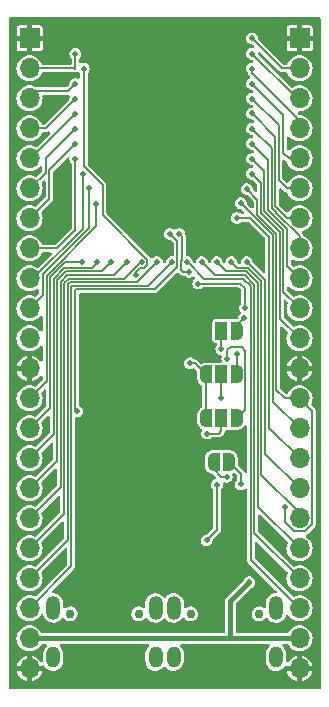
<source format=gbr>
%TF.GenerationSoftware,KiCad,Pcbnew,7.99.0-2389-gf842e6ac7a*%
%TF.CreationDate,2023-09-28T17:07:59+02:00*%
%TF.ProjectId,ESP32 PD Module,45535033-3220-4504-9420-4d6f64756c65,rev?*%
%TF.SameCoordinates,Original*%
%TF.FileFunction,Copper,L2,Bot*%
%TF.FilePolarity,Positive*%
%FSLAX46Y46*%
G04 Gerber Fmt 4.6, Leading zero omitted, Abs format (unit mm)*
G04 Created by KiCad (PCBNEW 7.99.0-2389-gf842e6ac7a) date 2023-09-28 17:07:59*
%MOMM*%
%LPD*%
G01*
G04 APERTURE LIST*
G04 Aperture macros list*
%AMFreePoly0*
4,1,19,0.550000,-0.750000,0.000000,-0.750000,0.000000,-0.744911,-0.071157,-0.744911,-0.207708,-0.704816,-0.327430,-0.627875,-0.420627,-0.520320,-0.479746,-0.390866,-0.500000,-0.250000,-0.500000,0.250000,-0.479746,0.390866,-0.420627,0.520320,-0.327430,0.627875,-0.207708,0.704816,-0.071157,0.744911,0.000000,0.744911,0.000000,0.750000,0.550000,0.750000,0.550000,-0.750000,0.550000,-0.750000,
$1*%
%AMFreePoly1*
4,1,19,0.000000,0.744911,0.071157,0.744911,0.207708,0.704816,0.327430,0.627875,0.420627,0.520320,0.479746,0.390866,0.500000,0.250000,0.500000,-0.250000,0.479746,-0.390866,0.420627,-0.520320,0.327430,-0.627875,0.207708,-0.704816,0.071157,-0.744911,0.000000,-0.744911,0.000000,-0.750000,-0.550000,-0.750000,-0.550000,0.750000,0.000000,0.750000,0.000000,0.744911,0.000000,0.744911,
$1*%
%AMFreePoly2*
4,1,19,0.500000,-0.750000,0.000000,-0.750000,0.000000,-0.744911,-0.071157,-0.744911,-0.207708,-0.704816,-0.327430,-0.627875,-0.420627,-0.520320,-0.479746,-0.390866,-0.500000,-0.250000,-0.500000,0.250000,-0.479746,0.390866,-0.420627,0.520320,-0.327430,0.627875,-0.207708,0.704816,-0.071157,0.744911,0.000000,0.744911,0.000000,0.750000,0.500000,0.750000,0.500000,-0.750000,0.500000,-0.750000,
$1*%
%AMFreePoly3*
4,1,19,0.000000,0.744911,0.071157,0.744911,0.207708,0.704816,0.327430,0.627875,0.420627,0.520320,0.479746,0.390866,0.500000,0.250000,0.500000,-0.250000,0.479746,-0.390866,0.420627,-0.520320,0.327430,-0.627875,0.207708,-0.704816,0.071157,-0.744911,0.000000,-0.744911,0.000000,-0.750000,-0.500000,-0.750000,-0.500000,0.750000,0.000000,0.750000,0.000000,0.744911,0.000000,0.744911,
$1*%
G04 Aperture macros list end*
%TA.AperFunction,ComponentPad*%
%ADD10R,1.700000X1.700000*%
%TD*%
%TA.AperFunction,ComponentPad*%
%ADD11O,1.700000X1.700000*%
%TD*%
%TA.AperFunction,ComponentPad*%
%ADD12O,1.200000X1.800000*%
%TD*%
%TA.AperFunction,ComponentPad*%
%ADD13O,1.200000X2.000000*%
%TD*%
%TA.AperFunction,ComponentPad*%
%ADD14C,0.750000*%
%TD*%
%TA.AperFunction,SMDPad,CuDef*%
%ADD15FreePoly0,180.000000*%
%TD*%
%TA.AperFunction,SMDPad,CuDef*%
%ADD16R,1.000000X1.500000*%
%TD*%
%TA.AperFunction,SMDPad,CuDef*%
%ADD17FreePoly1,180.000000*%
%TD*%
%TA.AperFunction,SMDPad,CuDef*%
%ADD18FreePoly2,0.000000*%
%TD*%
%TA.AperFunction,SMDPad,CuDef*%
%ADD19FreePoly3,0.000000*%
%TD*%
%TA.AperFunction,ViaPad*%
%ADD20C,0.500000*%
%TD*%
%TA.AperFunction,Conductor*%
%ADD21C,0.150000*%
%TD*%
%TA.AperFunction,Conductor*%
%ADD22C,0.400000*%
%TD*%
G04 APERTURE END LIST*
D10*
%TO.P,J1,1,Pin_1*%
%TO.N,GND*%
X48260000Y-50800000D03*
D11*
%TO.P,J1,2,Pin_2*%
%TO.N,+3V3*%
X48260000Y-53340000D03*
%TO.P,J1,3,Pin_3*%
%TO.N,/GPIO4*%
X48260000Y-55880000D03*
%TO.P,J1,4,Pin_4*%
%TO.N,/GPIO5*%
X48260000Y-58420000D03*
%TO.P,J1,5,Pin_5*%
%TO.N,/GPIO6*%
X48260000Y-60960000D03*
%TO.P,J1,6,Pin_6*%
%TO.N,/GPIO7*%
X48260000Y-63500000D03*
%TO.P,J1,7,Pin_7*%
%TO.N,/GPIO15*%
X48260000Y-66040000D03*
%TO.P,J1,8,Pin_8*%
%TO.N,/GPIO16*%
X48260000Y-68580000D03*
%TO.P,J1,9,Pin_9*%
%TO.N,/GPIO17*%
X48260000Y-71120000D03*
%TO.P,J1,10,Pin_10*%
%TO.N,/GPIO18*%
X48260000Y-73660000D03*
%TO.P,J1,11,Pin_11*%
%TO.N,+3V3*%
X48260000Y-76200000D03*
%TO.P,J1,12,Pin_12*%
%TO.N,GND*%
X48260000Y-78740000D03*
%TO.P,J1,13,Pin_13*%
%TO.N,/GPIO8*%
X48260000Y-81280000D03*
%TO.P,J1,14,Pin_14*%
%TO.N,/GPIO3*%
X48260000Y-83820000D03*
%TO.P,J1,15,Pin_15*%
%TO.N,/GPIO46*%
X48260000Y-86360000D03*
%TO.P,J1,16,Pin_16*%
%TO.N,/GPIO9*%
X48260000Y-88900000D03*
%TO.P,J1,17,Pin_17*%
%TO.N,/GPIO10*%
X48260000Y-91440000D03*
%TO.P,J1,18,Pin_18*%
%TO.N,/GPIO11*%
X48260000Y-93980000D03*
%TO.P,J1,19,Pin_19*%
%TO.N,/GPIO12*%
X48260000Y-96520000D03*
%TO.P,J1,20,Pin_20*%
%TO.N,/GPIO13*%
X48260000Y-99060000D03*
%TO.P,J1,21,Pin_21*%
%TO.N,VBUS*%
X48260000Y-101600000D03*
%TO.P,J1,22,Pin_22*%
%TO.N,GND*%
X48260000Y-104140000D03*
%TD*%
D10*
%TO.P,J2,1,Pin_1*%
%TO.N,GND*%
X71120000Y-50800000D03*
D11*
%TO.P,J2,2,Pin_2*%
%TO.N,+3V3*%
X71120000Y-53340000D03*
%TO.P,J2,3,Pin_3*%
%TO.N,/GPIO1*%
X71120000Y-55880000D03*
%TO.P,J2,4,Pin_4*%
%TO.N,/GPIO2*%
X71120000Y-58420000D03*
%TO.P,J2,5,Pin_5*%
%TO.N,/GPIO43*%
X71120000Y-60960000D03*
%TO.P,J2,6,Pin_6*%
%TO.N,/GPIO44*%
X71120000Y-63500000D03*
%TO.P,J2,7,Pin_7*%
%TO.N,/GPIO42*%
X71120000Y-66040000D03*
%TO.P,J2,8,Pin_8*%
%TO.N,/GPIO41*%
X71120000Y-68580000D03*
%TO.P,J2,9,Pin_9*%
%TO.N,/GPIO40*%
X71120000Y-71120000D03*
%TO.P,J2,10,Pin_10*%
%TO.N,/GPIO39*%
X71120000Y-73660000D03*
%TO.P,J2,11,Pin_11*%
%TO.N,/GPIO38*%
X71120000Y-76200000D03*
%TO.P,J2,12,Pin_12*%
%TO.N,GND*%
X71120000Y-78740000D03*
%TO.P,J2,13,Pin_13*%
%TO.N,/GPIO37*%
X71120000Y-81280000D03*
%TO.P,J2,14,Pin_14*%
%TO.N,/GPIO36*%
X71120000Y-83820000D03*
%TO.P,J2,15,Pin_15*%
%TO.N,/GPIO35*%
X71120000Y-86360000D03*
%TO.P,J2,16,Pin_16*%
%TO.N,/GPIO45*%
X71120000Y-88900000D03*
%TO.P,J2,17,Pin_17*%
%TO.N,/GPIO48*%
X71120000Y-91440000D03*
%TO.P,J2,18,Pin_18*%
%TO.N,/GPIO47*%
X71120000Y-93980000D03*
%TO.P,J2,19,Pin_19*%
%TO.N,/GPIO21*%
X71120000Y-96520000D03*
%TO.P,J2,20,Pin_20*%
%TO.N,/GPIO14*%
X71120000Y-99060000D03*
%TO.P,J2,21,Pin_21*%
%TO.N,VBUS*%
X71120000Y-101600000D03*
%TO.P,J2,22,Pin_22*%
%TO.N,GND*%
X71120000Y-104140000D03*
%TD*%
D12*
%TO.P,USB2,2,SH*%
%TO.N,unconnected-(USB2-SH-Pad2)*%
X58930000Y-103200000D03*
D13*
%TO.P,USB2,1*%
%TO.N,N/C*%
X58930000Y-99020000D03*
%TO.P,USB2,0,SH*%
%TO.N,unconnected-(USB2-SH-Pad0)*%
X50270000Y-99020000D03*
D12*
%TO.P,USB2,3,SH*%
%TO.N,unconnected-(USB2-SH-Pad3)*%
X50270000Y-103200000D03*
D14*
%TO.P,USB2,*%
%TO.N,*%
X51700000Y-99520000D03*
X57500000Y-99520000D03*
%TD*%
%TO.P,USB1,*%
%TO.N,*%
X61900000Y-99520000D03*
X67700000Y-99520000D03*
D13*
%TO.P,USB1,0,SH*%
%TO.N,unconnected-(USB1-SH-Pad0)*%
X60470000Y-99020000D03*
%TO.P,USB1,1*%
%TO.N,N/C*%
X69130000Y-99020000D03*
D12*
%TO.P,USB1,2,SH*%
%TO.N,unconnected-(USB1-SH-Pad2)*%
X69130000Y-103200000D03*
%TO.P,USB1,3,SH*%
%TO.N,unconnected-(USB1-SH-Pad3)*%
X60470000Y-103200000D03*
%TD*%
D15*
%TO.P,JP1,1,A*%
%TO.N,/GPIO36*%
X65800000Y-75550000D03*
D16*
%TO.P,JP1,2,C*%
%TO.N,/CFG1*%
X64500000Y-75550000D03*
D17*
%TO.P,JP1,3,B*%
%TO.N,GND*%
X63200000Y-75550000D03*
%TD*%
D18*
%TO.P,JP4,1,A*%
%TO.N,/PG*%
X63850000Y-86650000D03*
D19*
%TO.P,JP4,2,B*%
%TO.N,/GPIO37*%
X65150000Y-86650000D03*
%TD*%
D15*
%TO.P,JP2,1,A*%
%TO.N,/GPIO35*%
X65800000Y-79250000D03*
D16*
%TO.P,JP2,2,C*%
%TO.N,/CFG2*%
X64500000Y-79250000D03*
D17*
%TO.P,JP2,3,B*%
%TO.N,+3V3*%
X63200000Y-79250000D03*
%TD*%
D15*
%TO.P,JP3,1,A*%
%TO.N,/GPIO45*%
X65800000Y-82950000D03*
D16*
%TO.P,JP3,2,C*%
%TO.N,/CFG3*%
X64500000Y-82950000D03*
D17*
%TO.P,JP3,3,B*%
%TO.N,+3V3*%
X63200000Y-82950000D03*
%TD*%
D20*
%TO.N,GND*%
X51250000Y-97100000D03*
X57950000Y-97100000D03*
X61450000Y-97100000D03*
X68150000Y-97100000D03*
%TO.N,VBUS*%
X66850000Y-96850000D03*
%TO.N,GND*%
X59250000Y-89300000D03*
X65650000Y-85050000D03*
X64950000Y-84250000D03*
X59050000Y-81050000D03*
X61400000Y-79400000D03*
X56750000Y-56150000D03*
X64250000Y-85050000D03*
X53700000Y-82850000D03*
X65350000Y-90050000D03*
X62600000Y-94150000D03*
X63250000Y-88350000D03*
X60250000Y-87100000D03*
X53700000Y-80000000D03*
X64800000Y-73800000D03*
X60950000Y-72400000D03*
X53150000Y-88200000D03*
X58450000Y-76350000D03*
%TO.N,+3V3*%
X61850000Y-78300000D03*
X67100000Y-50800000D03*
X52150000Y-52100000D03*
%TO.N,VBUS*%
X63249997Y-93300003D03*
X64149996Y-88600004D03*
%TO.N,Net-(SW1-B)*%
X52850000Y-53350000D03*
X57300000Y-70800000D03*
%TO.N,/GPIO0*%
X66500000Y-73600000D03*
X61800000Y-70550000D03*
X62550000Y-71550000D03*
X60950000Y-67350000D03*
%TO.N,/CFG1*%
X64500000Y-77100000D03*
%TO.N,/CFG3*%
X63300000Y-84250000D03*
%TO.N,/CFG2*%
X64500000Y-81250000D03*
%TO.N,/GPIO4*%
X52150000Y-54650000D03*
%TO.N,/GPIO5*%
X52150000Y-55900000D03*
%TO.N,/GPIO6*%
X52150002Y-57170000D03*
%TO.N,/GPIO7*%
X52150000Y-58440000D03*
%TO.N,/GPIO15*%
X52150000Y-59710000D03*
%TO.N,/GPIO16*%
X52150000Y-60980000D03*
%TO.N,/GPIO17*%
X52800000Y-62250000D03*
%TO.N,/GPIO18*%
X53300000Y-63500000D03*
%TO.N,/GPIO8*%
X53900000Y-64800000D03*
%TO.N,/GPIO3*%
X52700000Y-69750000D03*
%TO.N,/GPIO46*%
X53950000Y-69750000D03*
%TO.N,/GPIO9*%
X55200000Y-69750000D03*
%TO.N,/GPIO10*%
X56500000Y-69750000D03*
%TO.N,/GPIO11*%
X57750000Y-69750000D03*
%TO.N,/GPIO12*%
X59050000Y-69750000D03*
%TO.N,/GPIO13*%
X60300000Y-69750000D03*
%TO.N,/GPIO14*%
X61600000Y-69750000D03*
%TO.N,/GPIO21*%
X62850000Y-69750000D03*
%TO.N,/GPIO47*%
X64100000Y-69750000D03*
%TO.N,/GPIO48*%
X65350000Y-69750000D03*
%TO.N,/GPIO45*%
X65000000Y-77900000D03*
X66650000Y-69750000D03*
%TO.N,/GPIO35*%
X65800000Y-66000000D03*
X65799999Y-77499989D03*
%TO.N,/GPIO36*%
X66150000Y-64750000D03*
X66400000Y-74500000D03*
%TO.N,/GPIO37*%
X66650000Y-63550000D03*
X69900000Y-90450000D03*
X66150004Y-88550000D03*
%TO.N,/GPIO38*%
X67100000Y-62250000D03*
%TO.N,/GPIO39*%
X67100000Y-61000000D03*
%TO.N,/GPIO40*%
X67100000Y-59700000D03*
%TO.N,/GPIO41*%
X67100000Y-58450000D03*
%TO.N,/GPIO42*%
X67100000Y-57150000D03*
%TO.N,/GPIO44*%
X67100000Y-55900000D03*
%TO.N,/GPIO43*%
X67100000Y-54650000D03*
%TO.N,/GPIO2*%
X60150000Y-67350000D03*
X52300000Y-82350000D03*
X67100000Y-53350000D03*
%TO.N,/GPIO1*%
X67100000Y-52100000D03*
%TO.N,/PG*%
X64950000Y-87900000D03*
%TD*%
D21*
%TO.N,/GPIO48*%
X66753264Y-70229000D02*
X65829000Y-70229000D01*
%TO.N,/GPIO37*%
X70674720Y-92515000D02*
X69900000Y-91740280D01*
%TO.N,/GPIO48*%
X65829000Y-70229000D02*
X65350000Y-69750000D01*
X71120000Y-90992591D02*
X67900000Y-87772591D01*
X67900000Y-71375736D02*
X66753264Y-70229000D01*
%TO.N,/GPIO37*%
X69900000Y-91740280D02*
X69900000Y-90450000D01*
X71565280Y-92515000D02*
X70674720Y-92515000D01*
X72195000Y-82355000D02*
X72195000Y-91885280D01*
%TO.N,/GPIO48*%
X67900000Y-87772591D02*
X67900000Y-71375736D01*
%TO.N,/GPIO37*%
X71120000Y-81280000D02*
X72195000Y-82355000D01*
X72195000Y-91885280D02*
X71565280Y-92515000D01*
%TO.N,VBUS*%
X64149996Y-88600004D02*
X64149996Y-92400004D01*
X64149996Y-92400004D02*
X63249997Y-93300003D01*
D22*
X49150000Y-101600000D02*
X65250000Y-101600000D01*
X65250000Y-101600000D02*
X71120000Y-101600000D01*
X66850000Y-96850000D02*
X65250000Y-98450000D01*
X65250000Y-98450000D02*
X65250000Y-101600000D01*
D21*
%TO.N,/GPIO37*%
X66150004Y-87650004D02*
X66150004Y-88550000D01*
X65150000Y-86650000D02*
X66150004Y-87650004D01*
%TO.N,+3V3*%
X52150000Y-53350000D02*
X52150000Y-52100000D01*
X67100000Y-50800000D02*
X69640000Y-53340000D01*
X69640000Y-53340000D02*
X71120000Y-53340000D01*
X63200000Y-82950000D02*
X63200000Y-79250000D01*
X62250000Y-78300000D02*
X61850000Y-78300000D01*
X63200000Y-79250000D02*
X62250000Y-78300000D01*
X48260000Y-53340000D02*
X52140000Y-53340000D01*
X52140000Y-53340000D02*
X52150000Y-53350000D01*
D22*
%TO.N,VBUS*%
X49150000Y-101600000D02*
X49650000Y-101600000D01*
X48260000Y-101600000D02*
X49650000Y-101600000D01*
X48260000Y-101600000D02*
X49150000Y-101600000D01*
D21*
%TO.N,Net-(SW1-B)*%
X58229000Y-69948409D02*
X58229000Y-69551591D01*
X57948409Y-70229000D02*
X58229000Y-69948409D01*
X57300000Y-70800000D02*
X57377409Y-70800000D01*
X54450000Y-65772591D02*
X54450000Y-63222590D01*
X57212132Y-70634723D02*
X57617855Y-70229000D01*
X58229000Y-69551591D02*
X54450000Y-65772591D01*
X57377409Y-70800000D02*
X57212132Y-70634723D01*
X54450000Y-63222590D02*
X52850000Y-61622591D01*
X52850000Y-61622591D02*
X52850000Y-53350000D01*
X57617855Y-70229000D02*
X57948409Y-70229000D01*
%TO.N,/GPIO0*%
X66500000Y-71950000D02*
X66500000Y-73600000D01*
X61150000Y-67550000D02*
X61150000Y-69522591D01*
X66100000Y-71550000D02*
X66500000Y-71950000D01*
X61150000Y-69522591D02*
X61121000Y-69551591D01*
X61121000Y-69551591D02*
X61121000Y-70421000D01*
X62550000Y-71550000D02*
X66100000Y-71550000D01*
X61250000Y-70550000D02*
X61800000Y-70550000D01*
X60950000Y-67350000D02*
X61150000Y-67550000D01*
X61121000Y-70421000D02*
X61250000Y-70550000D01*
%TO.N,/CFG1*%
X64500000Y-77100000D02*
X64500000Y-75550000D01*
%TO.N,/CFG3*%
X63300000Y-84250000D02*
X64272591Y-84250000D01*
X64500000Y-84022591D02*
X64500000Y-82950000D01*
X64272591Y-84250000D02*
X64500000Y-84022591D01*
%TO.N,/CFG2*%
X64500000Y-81250000D02*
X64500000Y-79250000D01*
%TO.N,/GPIO4*%
X48260000Y-55880000D02*
X48890000Y-55250000D01*
X48890000Y-55250000D02*
X51550000Y-55250000D01*
X51550000Y-55250000D02*
X52150000Y-54650000D01*
%TO.N,/GPIO5*%
X48260000Y-58420000D02*
X49630000Y-58420000D01*
X49630000Y-58420000D02*
X52150000Y-55900000D01*
%TO.N,/GPIO6*%
X48360002Y-60960000D02*
X52150002Y-57170000D01*
%TO.N,/GPIO7*%
X49650000Y-60940000D02*
X52150000Y-58440000D01*
X48300000Y-63500000D02*
X49650000Y-62150000D01*
X49650000Y-62150000D02*
X49650000Y-60940000D01*
%TO.N,/GPIO15*%
X48260000Y-66040000D02*
X49950000Y-64350000D01*
X49950000Y-61910000D02*
X52150000Y-59710000D01*
X49950000Y-64350000D02*
X49950000Y-61910000D01*
%TO.N,/GPIO16*%
X48260000Y-68580000D02*
X50620000Y-68580000D01*
X52150000Y-67050000D02*
X52150000Y-60980000D01*
X50620000Y-68580000D02*
X52150000Y-67050000D01*
%TO.N,/GPIO17*%
X48580000Y-71120000D02*
X52800000Y-66900000D01*
X52800000Y-66900000D02*
X52800000Y-62250000D01*
%TO.N,/GPIO18*%
X49400000Y-70755888D02*
X53300000Y-66855888D01*
X49400000Y-72520000D02*
X49400000Y-70755888D01*
X48260000Y-73660000D02*
X49400000Y-72520000D01*
X53300000Y-66855888D02*
X53300000Y-63500000D01*
%TO.N,/GPIO8*%
X48260000Y-81280000D02*
X49700000Y-79840000D01*
X53900000Y-66680152D02*
X53900000Y-64800000D01*
X49700000Y-79840000D02*
X49700000Y-70880152D01*
X49700000Y-70880152D02*
X53900000Y-66680152D01*
%TO.N,/GPIO3*%
X48260000Y-83820000D02*
X50000000Y-82080000D01*
X50000000Y-71004416D02*
X51254416Y-69750000D01*
X50000000Y-82080000D02*
X50000000Y-71004416D01*
X51254416Y-69750000D02*
X52700000Y-69750000D01*
%TO.N,/GPIO46*%
X48260000Y-86360000D02*
X50300000Y-84320000D01*
X50300000Y-71128680D02*
X51199680Y-70229000D01*
X50300000Y-84320000D02*
X50300000Y-71128680D01*
X53571000Y-70229000D02*
X53950000Y-69850000D01*
X53950000Y-69850000D02*
X53950000Y-69750000D01*
X51199680Y-70229000D02*
X53571000Y-70229000D01*
%TO.N,/GPIO9*%
X54421000Y-70529000D02*
X55200000Y-69750000D01*
X50600000Y-71252944D02*
X51323944Y-70529000D01*
X50600000Y-86560000D02*
X50600000Y-71252944D01*
X48260000Y-88900000D02*
X50600000Y-86560000D01*
X51323944Y-70529000D02*
X54421000Y-70529000D01*
%TO.N,/GPIO10*%
X50900000Y-88800000D02*
X50900000Y-71377208D01*
X55421000Y-70829000D02*
X56500000Y-69750000D01*
X48260000Y-91440000D02*
X50900000Y-88800000D01*
X50900000Y-71377208D02*
X51448208Y-70829000D01*
X51448208Y-70829000D02*
X55421000Y-70829000D01*
%TO.N,/GPIO11*%
X57750000Y-69750000D02*
X57672591Y-69750000D01*
X51572472Y-71129000D02*
X51200000Y-71501472D01*
X51200000Y-91040000D02*
X48260000Y-93980000D01*
X56293591Y-71129000D02*
X51572472Y-71129000D01*
X51200000Y-71501472D02*
X51200000Y-91040000D01*
X57672591Y-69750000D02*
X56293591Y-71129000D01*
%TO.N,/GPIO12*%
X51775736Y-71450000D02*
X51796736Y-71429000D01*
X51796736Y-71429000D02*
X57371000Y-71429000D01*
X51500000Y-93280000D02*
X51500000Y-71625736D01*
X48260000Y-96520000D02*
X51500000Y-93280000D01*
X51675736Y-71450000D02*
X51775736Y-71450000D01*
X57371000Y-71429000D02*
X59050000Y-69750000D01*
X51500000Y-71625736D02*
X51675736Y-71450000D01*
%TO.N,/GPIO13*%
X48260000Y-98990000D02*
X51800000Y-95450000D01*
X51800000Y-71750000D02*
X58300000Y-71750000D01*
X51800000Y-95450000D02*
X51800000Y-71750000D01*
X58300000Y-71750000D02*
X60300000Y-69750000D01*
%TO.N,/GPIO14*%
X66354736Y-71129000D02*
X63056409Y-71129000D01*
X67000000Y-71774264D02*
X66354736Y-71129000D01*
X71110000Y-99060000D02*
X67000000Y-94950000D01*
X67000000Y-94950000D02*
X67000000Y-71774264D01*
X61677409Y-69750000D02*
X61600000Y-69750000D01*
X63056409Y-71129000D02*
X61677409Y-69750000D01*
%TO.N,/GPIO21*%
X67300000Y-92700000D02*
X67300000Y-71650000D01*
X67300000Y-71650000D02*
X66479000Y-70829000D01*
X66479000Y-70829000D02*
X63929000Y-70829000D01*
X71120000Y-96520000D02*
X67300000Y-92700000D01*
X63929000Y-70829000D02*
X62850000Y-69750000D01*
%TO.N,/GPIO47*%
X66629000Y-70529000D02*
X64879000Y-70529000D01*
X67600000Y-71500000D02*
X66629000Y-70529000D01*
X64879000Y-70529000D02*
X64100000Y-69750000D01*
X67600000Y-90460000D02*
X67600000Y-71500000D01*
X71120000Y-93980000D02*
X67600000Y-90460000D01*
%TO.N,/GPIO45*%
X66221000Y-76921000D02*
X66525000Y-77225000D01*
X66525000Y-77225000D02*
X66525000Y-82225000D01*
X68200000Y-71251472D02*
X66698528Y-69750000D01*
X68200000Y-85980000D02*
X68200000Y-71251472D01*
X66525000Y-82225000D02*
X65800000Y-82950000D01*
X66698528Y-69750000D02*
X66650000Y-69750000D01*
X71120000Y-88900000D02*
X68200000Y-85980000D01*
X65000000Y-77200000D02*
X65279000Y-76921000D01*
X65279000Y-76921000D02*
X66221000Y-76921000D01*
X65000000Y-77900000D02*
X65000000Y-77200000D01*
%TO.N,/GPIO35*%
X66950000Y-66000000D02*
X68545000Y-67595000D01*
X65800000Y-79250000D02*
X65800000Y-77499990D01*
X65800000Y-77499990D02*
X65799999Y-77499989D01*
X68545000Y-83785000D02*
X71120000Y-86360000D01*
X65800000Y-66000000D02*
X66950000Y-66000000D01*
X68545000Y-67595000D02*
X68545000Y-83785000D01*
%TO.N,/GPIO36*%
X68845000Y-67445000D02*
X68845000Y-69522336D01*
X68850000Y-69527336D02*
X68850000Y-81550000D01*
X68850000Y-81550000D02*
X71120000Y-83820000D01*
X65800000Y-75100000D02*
X66400000Y-74500000D01*
X66150000Y-64750000D02*
X68845000Y-67445000D01*
X68845000Y-69522336D02*
X68850000Y-69527336D01*
%TO.N,/GPIO37*%
X67550000Y-65725736D02*
X69145000Y-67320736D01*
X69150000Y-80580000D02*
X69850000Y-81280000D01*
X66650000Y-63550000D02*
X67550000Y-64450000D01*
X69850000Y-81280000D02*
X71120000Y-81280000D01*
X67550000Y-64450000D02*
X67550000Y-65725736D01*
X69145000Y-67320736D02*
X69145000Y-69398072D01*
X69150000Y-69403072D02*
X69150000Y-80580000D01*
X69145000Y-69398072D02*
X69150000Y-69403072D01*
%TO.N,/GPIO38*%
X69450000Y-74530000D02*
X71120000Y-76200000D01*
X69445000Y-67158072D02*
X69445000Y-69273808D01*
X67100000Y-62250000D02*
X67850000Y-63000000D01*
X69450000Y-69278808D02*
X69450000Y-74530000D01*
X67850000Y-65563072D02*
X69445000Y-67158072D01*
X69445000Y-69273808D02*
X69450000Y-69278808D01*
X67850000Y-63000000D02*
X67850000Y-65563072D01*
%TO.N,/GPIO39*%
X68150000Y-65438808D02*
X69745000Y-67033808D01*
X68150000Y-62050000D02*
X68150000Y-65438808D01*
X69745000Y-67033808D02*
X69745000Y-69149544D01*
X69750000Y-69154544D02*
X69750000Y-72290000D01*
X69750000Y-72290000D02*
X71120000Y-73660000D01*
X69745000Y-69149544D02*
X69750000Y-69154544D01*
X67100000Y-61000000D02*
X68150000Y-62050000D01*
%TO.N,/GPIO40*%
X70045000Y-66909544D02*
X70045000Y-69025280D01*
X67100000Y-59700000D02*
X68450000Y-61050000D01*
X70050000Y-69030280D02*
X70050000Y-70050000D01*
X70045000Y-69025280D02*
X70050000Y-69030280D01*
X70050000Y-70050000D02*
X71120000Y-71120000D01*
X68450000Y-65314544D02*
X70045000Y-66909544D01*
X68450000Y-61050000D02*
X68450000Y-65314544D01*
%TO.N,/GPIO41*%
X71120000Y-67560280D02*
X71120000Y-68580000D01*
X69100000Y-65500000D02*
X69100000Y-65540280D01*
X69100000Y-65540280D02*
X71120000Y-67560280D01*
X68750000Y-65150000D02*
X69100000Y-65500000D01*
X67100000Y-58450000D02*
X68750000Y-60100000D01*
X68750000Y-60100000D02*
X68750000Y-65150000D01*
%TO.N,/GPIO42*%
X67100000Y-57150000D02*
X69050000Y-59100000D01*
X69050000Y-65000000D02*
X70090000Y-66040000D01*
X69050000Y-59100000D02*
X69050000Y-65000000D01*
X70090000Y-66040000D02*
X71120000Y-66040000D01*
%TO.N,/GPIO44*%
X67100000Y-55900000D02*
X69350000Y-58150000D01*
X69350000Y-62800000D02*
X70050000Y-63500000D01*
X70050000Y-63500000D02*
X71120000Y-63500000D01*
X69350000Y-58150000D02*
X69350000Y-62800000D01*
%TO.N,/GPIO43*%
X69750000Y-57300000D02*
X69750000Y-60500000D01*
X69750000Y-60500000D02*
X70210000Y-60960000D01*
X70210000Y-60960000D02*
X71120000Y-60960000D01*
X67100000Y-54650000D02*
X69750000Y-57300000D01*
%TO.N,/GPIO2*%
X58850000Y-72050000D02*
X60779000Y-70121000D01*
X67100000Y-53750000D02*
X71120000Y-57770000D01*
X60779000Y-70121000D02*
X60779000Y-67979000D01*
X52100000Y-72150000D02*
X52200000Y-72050000D01*
X52100000Y-82150000D02*
X52100000Y-72150000D01*
X67100000Y-53350000D02*
X67100000Y-53750000D01*
X52200000Y-72050000D02*
X58850000Y-72050000D01*
X52300000Y-82350000D02*
X52100000Y-82150000D01*
X60779000Y-67979000D02*
X60150000Y-67350000D01*
%TO.N,/GPIO1*%
X70880000Y-55880000D02*
X67100000Y-52100000D01*
%TO.N,/PG*%
X63850000Y-87250000D02*
X64500000Y-87900000D01*
X64500000Y-87900000D02*
X64950000Y-87900000D01*
%TD*%
%TA.AperFunction,Conductor*%
%TO.N,GND*%
G36*
X72843039Y-49019685D02*
G01*
X72888794Y-49072489D01*
X72900000Y-49124000D01*
X72900000Y-105776000D01*
X72880315Y-105843039D01*
X72827511Y-105888794D01*
X72776000Y-105900000D01*
X46624000Y-105900000D01*
X46556961Y-105880315D01*
X46511206Y-105827511D01*
X46500000Y-105776000D01*
X46500000Y-101600000D01*
X47154785Y-101600000D01*
X47173602Y-101803082D01*
X47229417Y-101999247D01*
X47229422Y-101999260D01*
X47320327Y-102181821D01*
X47443237Y-102344581D01*
X47593958Y-102481980D01*
X47593960Y-102481982D01*
X47677748Y-102533861D01*
X47767363Y-102589348D01*
X47957544Y-102663024D01*
X48158024Y-102700500D01*
X48158026Y-102700500D01*
X48361974Y-102700500D01*
X48361976Y-102700500D01*
X48562456Y-102663024D01*
X48752637Y-102589348D01*
X48926041Y-102481981D01*
X49076764Y-102344579D01*
X49199673Y-102181821D01*
X49230841Y-102119226D01*
X49278342Y-102067992D01*
X49341840Y-102050500D01*
X49618841Y-102050500D01*
X49685880Y-102070185D01*
X49731635Y-102122989D01*
X49741579Y-102192147D01*
X49712554Y-102255703D01*
X49699117Y-102269008D01*
X49648900Y-102311662D01*
X49536946Y-102458936D01*
X49459268Y-102626832D01*
X49459266Y-102626836D01*
X49419500Y-102807502D01*
X49419500Y-103480141D01*
X49399815Y-103547180D01*
X49347011Y-103592935D01*
X49277853Y-103602879D01*
X49214297Y-103573854D01*
X49196546Y-103554868D01*
X49076391Y-103395757D01*
X48925739Y-103258421D01*
X48752413Y-103151101D01*
X48562315Y-103077458D01*
X48562309Y-103077456D01*
X48510001Y-103067677D01*
X48510000Y-103067679D01*
X48510000Y-103704498D01*
X48402315Y-103655320D01*
X48295763Y-103640000D01*
X48224237Y-103640000D01*
X48117685Y-103655320D01*
X48010000Y-103704498D01*
X48010000Y-103067679D01*
X48009998Y-103067677D01*
X47957690Y-103077456D01*
X47957684Y-103077458D01*
X47767586Y-103151101D01*
X47594260Y-103258421D01*
X47443608Y-103395757D01*
X47320754Y-103558443D01*
X47229890Y-103740921D01*
X47229885Y-103740934D01*
X47187471Y-103889999D01*
X47187472Y-103890000D01*
X47826314Y-103890000D01*
X47800507Y-103930156D01*
X47760000Y-104068111D01*
X47760000Y-104211889D01*
X47800507Y-104349844D01*
X47826314Y-104390000D01*
X47187472Y-104390000D01*
X47229885Y-104539065D01*
X47229890Y-104539078D01*
X47320754Y-104721556D01*
X47443608Y-104884242D01*
X47594260Y-105021578D01*
X47767584Y-105128897D01*
X47957678Y-105202539D01*
X48010000Y-105212320D01*
X48010000Y-104575501D01*
X48117685Y-104624680D01*
X48224237Y-104640000D01*
X48295763Y-104640000D01*
X48402315Y-104624680D01*
X48510000Y-104575501D01*
X48510000Y-105212320D01*
X48562321Y-105202539D01*
X48752415Y-105128897D01*
X48925739Y-105021578D01*
X49076391Y-104884242D01*
X49199245Y-104721556D01*
X49290109Y-104539078D01*
X49290114Y-104539065D01*
X49332528Y-104390000D01*
X48693686Y-104390000D01*
X48719493Y-104349844D01*
X48760000Y-104211889D01*
X48760000Y-104068111D01*
X48719493Y-103930156D01*
X48693686Y-103890000D01*
X49340893Y-103890000D01*
X49377968Y-103862486D01*
X49447680Y-103857793D01*
X49508863Y-103891533D01*
X49527067Y-103914919D01*
X49588931Y-104017737D01*
X49588932Y-104017738D01*
X49716149Y-104152040D01*
X49754430Y-104177995D01*
X49869270Y-104255858D01*
X49869273Y-104255859D01*
X49869276Y-104255861D01*
X50041122Y-104324330D01*
X50041125Y-104324331D01*
X50223683Y-104354260D01*
X50408407Y-104344245D01*
X50408411Y-104344244D01*
X50586656Y-104294755D01*
X50586656Y-104294754D01*
X50586659Y-104294754D01*
X50750104Y-104208100D01*
X50891100Y-104088337D01*
X51003054Y-103941064D01*
X51080732Y-103773167D01*
X51120500Y-103592497D01*
X51120500Y-102853887D01*
X51105514Y-102716090D01*
X51046444Y-102540779D01*
X50951070Y-102382264D01*
X50835042Y-102259775D01*
X50803230Y-102197568D01*
X50810099Y-102128037D01*
X50853470Y-102073257D01*
X50919571Y-102050622D01*
X50925065Y-102050500D01*
X58278841Y-102050500D01*
X58345880Y-102070185D01*
X58391635Y-102122989D01*
X58401579Y-102192147D01*
X58372554Y-102255703D01*
X58359117Y-102269008D01*
X58308900Y-102311662D01*
X58196946Y-102458936D01*
X58119268Y-102626832D01*
X58119266Y-102626836D01*
X58079500Y-102807502D01*
X58079500Y-103546116D01*
X58094486Y-103683911D01*
X58113700Y-103740934D01*
X58136702Y-103809202D01*
X58153557Y-103859223D01*
X58153558Y-103859225D01*
X58248931Y-104017737D01*
X58248932Y-104017738D01*
X58376149Y-104152040D01*
X58414430Y-104177995D01*
X58529270Y-104255858D01*
X58529273Y-104255859D01*
X58529276Y-104255861D01*
X58701122Y-104324330D01*
X58701125Y-104324331D01*
X58883683Y-104354260D01*
X59068407Y-104344245D01*
X59068411Y-104344244D01*
X59246656Y-104294755D01*
X59246656Y-104294754D01*
X59246659Y-104294754D01*
X59410104Y-104208100D01*
X59551100Y-104088337D01*
X59598416Y-104026093D01*
X59654654Y-103984638D01*
X59724381Y-103980167D01*
X59785455Y-104014104D01*
X59787153Y-104015861D01*
X59916149Y-104152040D01*
X59954430Y-104177995D01*
X60069270Y-104255858D01*
X60069273Y-104255859D01*
X60069276Y-104255861D01*
X60241122Y-104324330D01*
X60241125Y-104324331D01*
X60423683Y-104354260D01*
X60608407Y-104344245D01*
X60608411Y-104344244D01*
X60786656Y-104294755D01*
X60786656Y-104294754D01*
X60786659Y-104294754D01*
X60950104Y-104208100D01*
X61091100Y-104088337D01*
X61203054Y-103941064D01*
X61280732Y-103773167D01*
X61320500Y-103592497D01*
X61320500Y-102853887D01*
X61305514Y-102716090D01*
X61246444Y-102540779D01*
X61151070Y-102382264D01*
X61035042Y-102259775D01*
X61003230Y-102197568D01*
X61010099Y-102128037D01*
X61053470Y-102073257D01*
X61119571Y-102050622D01*
X61125065Y-102050500D01*
X65182098Y-102050500D01*
X65185268Y-102050500D01*
X65212859Y-102053608D01*
X65215954Y-102054315D01*
X65264561Y-102050672D01*
X65269178Y-102050500D01*
X68478841Y-102050500D01*
X68545880Y-102070185D01*
X68591635Y-102122989D01*
X68601579Y-102192147D01*
X68572554Y-102255703D01*
X68559117Y-102269008D01*
X68508900Y-102311662D01*
X68396946Y-102458936D01*
X68319268Y-102626832D01*
X68319266Y-102626836D01*
X68279500Y-102807502D01*
X68279500Y-103546116D01*
X68294486Y-103683911D01*
X68313700Y-103740934D01*
X68336702Y-103809202D01*
X68353557Y-103859223D01*
X68353558Y-103859225D01*
X68448931Y-104017737D01*
X68448932Y-104017738D01*
X68576149Y-104152040D01*
X68614430Y-104177995D01*
X68729270Y-104255858D01*
X68729273Y-104255859D01*
X68729276Y-104255861D01*
X68901122Y-104324330D01*
X68901125Y-104324331D01*
X69083683Y-104354260D01*
X69268407Y-104344245D01*
X69268411Y-104344244D01*
X69446656Y-104294755D01*
X69446656Y-104294754D01*
X69446659Y-104294754D01*
X69610104Y-104208100D01*
X69751100Y-104088337D01*
X69863054Y-103941064D01*
X69863056Y-103941059D01*
X69866520Y-103935303D01*
X69868807Y-103936679D01*
X69906892Y-103893130D01*
X69974021Y-103873751D01*
X70028438Y-103890000D01*
X70686314Y-103890000D01*
X70660507Y-103930156D01*
X70620000Y-104068111D01*
X70620000Y-104211889D01*
X70660507Y-104349844D01*
X70686314Y-104390000D01*
X70047472Y-104390000D01*
X70089885Y-104539065D01*
X70089890Y-104539078D01*
X70180754Y-104721556D01*
X70303608Y-104884242D01*
X70454260Y-105021578D01*
X70627584Y-105128897D01*
X70817678Y-105202539D01*
X70870000Y-105212320D01*
X70870000Y-104575501D01*
X70977685Y-104624680D01*
X71084237Y-104640000D01*
X71155763Y-104640000D01*
X71262315Y-104624680D01*
X71370000Y-104575501D01*
X71370000Y-105212320D01*
X71422321Y-105202539D01*
X71612415Y-105128897D01*
X71785739Y-105021578D01*
X71936391Y-104884242D01*
X72059245Y-104721556D01*
X72150109Y-104539078D01*
X72150114Y-104539065D01*
X72192528Y-104390000D01*
X71553686Y-104390000D01*
X71579493Y-104349844D01*
X71620000Y-104211889D01*
X71620000Y-104068111D01*
X71579493Y-103930156D01*
X71553686Y-103890000D01*
X72192528Y-103890000D01*
X72192528Y-103889999D01*
X72150114Y-103740934D01*
X72150109Y-103740921D01*
X72059245Y-103558443D01*
X71936391Y-103395757D01*
X71785739Y-103258421D01*
X71612413Y-103151101D01*
X71422315Y-103077458D01*
X71422309Y-103077456D01*
X71370001Y-103067677D01*
X71370000Y-103067679D01*
X71370000Y-103704498D01*
X71262315Y-103655320D01*
X71155763Y-103640000D01*
X71084237Y-103640000D01*
X70977685Y-103655320D01*
X70870000Y-103704498D01*
X70870000Y-103067679D01*
X70869998Y-103067677D01*
X70817690Y-103077456D01*
X70817684Y-103077458D01*
X70627586Y-103151101D01*
X70454260Y-103258421D01*
X70303608Y-103395757D01*
X70203454Y-103528384D01*
X70147345Y-103570020D01*
X70077633Y-103574711D01*
X70016451Y-103540969D01*
X69983224Y-103479506D01*
X69980500Y-103453657D01*
X69980500Y-102853893D01*
X69980500Y-102853887D01*
X69965514Y-102716090D01*
X69906444Y-102540779D01*
X69811070Y-102382264D01*
X69695042Y-102259775D01*
X69663230Y-102197568D01*
X69670099Y-102128037D01*
X69713470Y-102073257D01*
X69779571Y-102050622D01*
X69785065Y-102050500D01*
X70038160Y-102050500D01*
X70105199Y-102070185D01*
X70149158Y-102119226D01*
X70180327Y-102181821D01*
X70188125Y-102192147D01*
X70303237Y-102344581D01*
X70453958Y-102481980D01*
X70453960Y-102481982D01*
X70537748Y-102533861D01*
X70627363Y-102589348D01*
X70817544Y-102663024D01*
X71018024Y-102700500D01*
X71018026Y-102700500D01*
X71221974Y-102700500D01*
X71221976Y-102700500D01*
X71422456Y-102663024D01*
X71612637Y-102589348D01*
X71786041Y-102481981D01*
X71936764Y-102344579D01*
X72059673Y-102181821D01*
X72150582Y-101999250D01*
X72206397Y-101803083D01*
X72225215Y-101600000D01*
X72206397Y-101396917D01*
X72150582Y-101200750D01*
X72059673Y-101018179D01*
X71936764Y-100855421D01*
X71936762Y-100855418D01*
X71786041Y-100718019D01*
X71786039Y-100718017D01*
X71612642Y-100610655D01*
X71612635Y-100610651D01*
X71517546Y-100573814D01*
X71422456Y-100536976D01*
X71221976Y-100499500D01*
X71018024Y-100499500D01*
X70817544Y-100536976D01*
X70817541Y-100536976D01*
X70817541Y-100536977D01*
X70627364Y-100610651D01*
X70627357Y-100610655D01*
X70453960Y-100718017D01*
X70453958Y-100718019D01*
X70303237Y-100855418D01*
X70180329Y-101018176D01*
X70180327Y-101018179D01*
X70149158Y-101080773D01*
X70101658Y-101132008D01*
X70038160Y-101149500D01*
X65824500Y-101149500D01*
X65757461Y-101129815D01*
X65711706Y-101077011D01*
X65700500Y-101025500D01*
X65700500Y-98687964D01*
X65720185Y-98620925D01*
X65736814Y-98600288D01*
X66991094Y-97346007D01*
X67043842Y-97314712D01*
X67060053Y-97309953D01*
X67060055Y-97309951D01*
X67060057Y-97309951D01*
X67181123Y-97232146D01*
X67181122Y-97232146D01*
X67181128Y-97232143D01*
X67275377Y-97123373D01*
X67335165Y-96992457D01*
X67355647Y-96850000D01*
X67335165Y-96707543D01*
X67275377Y-96576627D01*
X67181128Y-96467857D01*
X67060053Y-96390047D01*
X67060051Y-96390046D01*
X67060049Y-96390045D01*
X67060050Y-96390045D01*
X66921963Y-96349500D01*
X66921961Y-96349500D01*
X66778039Y-96349500D01*
X66778036Y-96349500D01*
X66639949Y-96390045D01*
X66518873Y-96467856D01*
X66424623Y-96576626D01*
X66424621Y-96576629D01*
X66382095Y-96669745D01*
X66356983Y-96705912D01*
X64951804Y-98111092D01*
X64946617Y-98115727D01*
X64916033Y-98140117D01*
X64916029Y-98140121D01*
X64882519Y-98189271D01*
X64847206Y-98237118D01*
X64843216Y-98244667D01*
X64839528Y-98252326D01*
X64821992Y-98309177D01*
X64802353Y-98365301D01*
X64800771Y-98373659D01*
X64799500Y-98382100D01*
X64799500Y-98441573D01*
X64797275Y-98501009D01*
X64798316Y-98510243D01*
X64797485Y-98510336D01*
X64799500Y-98525635D01*
X64799500Y-101025500D01*
X64779815Y-101092539D01*
X64727011Y-101138294D01*
X64675500Y-101149500D01*
X49341840Y-101149500D01*
X49274801Y-101129815D01*
X49230841Y-101080773D01*
X49199673Y-101018179D01*
X49076764Y-100855421D01*
X49076762Y-100855418D01*
X48926041Y-100718019D01*
X48926039Y-100718017D01*
X48752642Y-100610655D01*
X48752635Y-100610651D01*
X48657546Y-100573814D01*
X48562456Y-100536976D01*
X48361976Y-100499500D01*
X48158024Y-100499500D01*
X47957544Y-100536976D01*
X47957541Y-100536976D01*
X47957541Y-100536977D01*
X47767364Y-100610651D01*
X47767357Y-100610655D01*
X47593960Y-100718017D01*
X47593958Y-100718019D01*
X47443237Y-100855418D01*
X47320327Y-101018178D01*
X47229422Y-101200739D01*
X47229417Y-101200752D01*
X47173602Y-101396917D01*
X47154785Y-101599999D01*
X47154785Y-101600000D01*
X46500000Y-101600000D01*
X46500000Y-99060000D01*
X47154785Y-99060000D01*
X47173602Y-99263082D01*
X47229417Y-99459247D01*
X47229422Y-99459260D01*
X47320327Y-99641821D01*
X47443237Y-99804581D01*
X47574721Y-99924443D01*
X47589302Y-99937736D01*
X47593958Y-99941980D01*
X47593960Y-99941982D01*
X47659453Y-99982533D01*
X47767363Y-100049348D01*
X47957544Y-100123024D01*
X48158024Y-100160500D01*
X48158026Y-100160500D01*
X48361974Y-100160500D01*
X48361976Y-100160500D01*
X48562456Y-100123024D01*
X48752637Y-100049348D01*
X48926041Y-99941981D01*
X49076764Y-99804579D01*
X49199673Y-99641821D01*
X49214201Y-99612642D01*
X49261700Y-99561407D01*
X49329363Y-99543984D01*
X49395704Y-99565907D01*
X49439661Y-99620217D01*
X49442710Y-99628319D01*
X49493558Y-99779226D01*
X49555794Y-99882663D01*
X49580934Y-99924447D01*
X49588931Y-99937737D01*
X49588932Y-99937738D01*
X49716149Y-100072040D01*
X49754430Y-100097995D01*
X49869270Y-100175858D01*
X49869273Y-100175859D01*
X49869276Y-100175861D01*
X50041122Y-100244330D01*
X50041125Y-100244331D01*
X50223683Y-100274260D01*
X50408407Y-100264245D01*
X50408411Y-100264244D01*
X50586656Y-100214755D01*
X50586656Y-100214754D01*
X50586659Y-100214754D01*
X50750104Y-100128100D01*
X50891100Y-100008337D01*
X50986635Y-99882661D01*
X51042875Y-99841206D01*
X51112602Y-99836736D01*
X51173676Y-99870672D01*
X51190047Y-99891262D01*
X51195698Y-99900167D01*
X51211107Y-99924447D01*
X51327048Y-100033324D01*
X51327051Y-100033326D01*
X51327053Y-100033327D01*
X51466421Y-100109945D01*
X51466423Y-100109945D01*
X51466424Y-100109946D01*
X51537129Y-100128100D01*
X51606805Y-100145990D01*
X51620476Y-100149500D01*
X51620480Y-100149500D01*
X51739601Y-100149500D01*
X51739603Y-100149500D01*
X51757090Y-100147290D01*
X51767389Y-100145990D01*
X51775169Y-100145500D01*
X51775945Y-100145500D01*
X51775949Y-100145500D01*
X51777376Y-100145148D01*
X51784423Y-100143837D01*
X51857794Y-100134569D01*
X51915735Y-100111627D01*
X51923090Y-100109278D01*
X51923422Y-100109152D01*
X51923425Y-100109150D01*
X51923434Y-100109148D01*
X51924922Y-100108366D01*
X51930896Y-100105625D01*
X52005674Y-100076019D01*
X52048136Y-100045168D01*
X52051799Y-100042894D01*
X52051751Y-100042825D01*
X52057930Y-100038559D01*
X52057929Y-100038559D01*
X52057934Y-100038557D01*
X52058867Y-100037729D01*
X52063539Y-100033977D01*
X52064438Y-100033324D01*
X52134347Y-99982533D01*
X52167106Y-99942932D01*
X52171618Y-99937841D01*
X52171632Y-99937830D01*
X52171648Y-99937806D01*
X52174862Y-99933558D01*
X52235729Y-99859984D01*
X52303448Y-99716072D01*
X52333251Y-99559841D01*
X52328238Y-99480162D01*
X56866749Y-99480162D01*
X56870765Y-99543984D01*
X56876701Y-99638345D01*
X56876736Y-99638892D01*
X56876736Y-99638896D01*
X56925885Y-99790158D01*
X56998535Y-99904638D01*
X57011107Y-99924447D01*
X57127048Y-100033324D01*
X57127051Y-100033326D01*
X57127053Y-100033327D01*
X57266421Y-100109945D01*
X57266423Y-100109945D01*
X57266424Y-100109946D01*
X57337129Y-100128100D01*
X57406805Y-100145990D01*
X57420476Y-100149500D01*
X57420480Y-100149500D01*
X57539601Y-100149500D01*
X57539603Y-100149500D01*
X57557090Y-100147290D01*
X57567389Y-100145990D01*
X57575169Y-100145500D01*
X57575945Y-100145500D01*
X57575949Y-100145500D01*
X57577376Y-100145148D01*
X57584423Y-100143837D01*
X57657794Y-100134569D01*
X57715735Y-100111627D01*
X57723090Y-100109278D01*
X57723422Y-100109152D01*
X57723425Y-100109150D01*
X57723434Y-100109148D01*
X57724922Y-100108366D01*
X57730896Y-100105625D01*
X57805674Y-100076019D01*
X57848136Y-100045168D01*
X57851799Y-100042894D01*
X57851751Y-100042825D01*
X57857930Y-100038559D01*
X57857929Y-100038559D01*
X57857934Y-100038557D01*
X57858867Y-100037729D01*
X57863539Y-100033977D01*
X57864438Y-100033324D01*
X57934347Y-99982533D01*
X57967106Y-99942932D01*
X57971618Y-99937841D01*
X57971632Y-99937830D01*
X57971648Y-99937806D01*
X57974862Y-99933558D01*
X58020515Y-99878373D01*
X58078415Y-99839267D01*
X58148267Y-99837672D01*
X58207892Y-99874095D01*
X58222303Y-99893482D01*
X58246403Y-99933536D01*
X58248932Y-99937739D01*
X58376149Y-100072040D01*
X58414430Y-100097995D01*
X58529270Y-100175858D01*
X58529273Y-100175859D01*
X58529276Y-100175861D01*
X58701122Y-100244330D01*
X58701125Y-100244331D01*
X58883683Y-100274260D01*
X59068407Y-100264245D01*
X59068411Y-100264244D01*
X59246656Y-100214755D01*
X59246656Y-100214754D01*
X59246659Y-100214754D01*
X59410104Y-100128100D01*
X59551100Y-100008337D01*
X59598416Y-99946093D01*
X59654654Y-99904638D01*
X59724381Y-99900167D01*
X59785455Y-99934104D01*
X59787153Y-99935861D01*
X59916149Y-100072040D01*
X59954430Y-100097995D01*
X60069270Y-100175858D01*
X60069273Y-100175859D01*
X60069276Y-100175861D01*
X60241122Y-100244330D01*
X60241125Y-100244331D01*
X60423683Y-100274260D01*
X60608407Y-100264245D01*
X60608411Y-100264244D01*
X60786656Y-100214755D01*
X60786656Y-100214754D01*
X60786659Y-100214754D01*
X60950104Y-100128100D01*
X61091100Y-100008337D01*
X61186635Y-99882661D01*
X61242875Y-99841206D01*
X61312602Y-99836736D01*
X61373676Y-99870672D01*
X61390047Y-99891262D01*
X61395698Y-99900167D01*
X61411107Y-99924447D01*
X61527048Y-100033324D01*
X61527051Y-100033326D01*
X61527053Y-100033327D01*
X61666421Y-100109945D01*
X61666423Y-100109945D01*
X61666424Y-100109946D01*
X61737129Y-100128100D01*
X61806805Y-100145990D01*
X61820476Y-100149500D01*
X61820480Y-100149500D01*
X61939601Y-100149500D01*
X61939603Y-100149500D01*
X61957090Y-100147290D01*
X61967389Y-100145990D01*
X61975169Y-100145500D01*
X61975945Y-100145500D01*
X61975949Y-100145500D01*
X61977376Y-100145148D01*
X61984423Y-100143837D01*
X62057794Y-100134569D01*
X62115735Y-100111627D01*
X62123090Y-100109278D01*
X62123422Y-100109152D01*
X62123425Y-100109150D01*
X62123434Y-100109148D01*
X62124922Y-100108366D01*
X62130896Y-100105625D01*
X62205674Y-100076019D01*
X62248136Y-100045168D01*
X62251799Y-100042894D01*
X62251751Y-100042825D01*
X62257930Y-100038559D01*
X62257929Y-100038559D01*
X62257934Y-100038557D01*
X62258867Y-100037729D01*
X62263539Y-100033977D01*
X62264438Y-100033324D01*
X62334347Y-99982533D01*
X62367106Y-99942932D01*
X62371618Y-99937841D01*
X62371632Y-99937830D01*
X62371648Y-99937806D01*
X62374862Y-99933558D01*
X62435729Y-99859984D01*
X62503448Y-99716072D01*
X62533251Y-99559841D01*
X62523264Y-99401106D01*
X62474115Y-99249842D01*
X62388893Y-99115553D01*
X62272952Y-99006676D01*
X62272949Y-99006674D01*
X62272946Y-99006672D01*
X62133578Y-98930054D01*
X61979527Y-98890500D01*
X61979524Y-98890500D01*
X61860397Y-98890500D01*
X61860391Y-98890500D01*
X61832611Y-98894010D01*
X61824831Y-98894500D01*
X61824046Y-98894500D01*
X61822614Y-98894853D01*
X61815554Y-98896164D01*
X61742206Y-98905431D01*
X61742203Y-98905431D01*
X61684267Y-98928369D01*
X61676908Y-98930721D01*
X61676563Y-98930852D01*
X61675074Y-98931634D01*
X61669096Y-98934376D01*
X61594329Y-98963979D01*
X61594324Y-98963982D01*
X61551846Y-98994843D01*
X61548179Y-98997122D01*
X61548226Y-98997190D01*
X61542063Y-99001444D01*
X61541121Y-99002279D01*
X61536462Y-99006020D01*
X61517386Y-99019879D01*
X61451580Y-99043360D01*
X61383526Y-99027535D01*
X61334831Y-98977430D01*
X61320500Y-98919562D01*
X61320500Y-98573893D01*
X61320500Y-98573887D01*
X61305514Y-98436090D01*
X61246444Y-98260779D01*
X61151070Y-98102264D01*
X61121128Y-98070655D01*
X61023850Y-97967959D01*
X60941165Y-97911898D01*
X60870730Y-97864142D01*
X60870727Y-97864140D01*
X60870723Y-97864138D01*
X60698877Y-97795669D01*
X60625851Y-97783697D01*
X60516317Y-97765740D01*
X60516314Y-97765740D01*
X60331593Y-97775755D01*
X60331588Y-97775755D01*
X60153343Y-97825244D01*
X60153337Y-97825247D01*
X59989897Y-97911898D01*
X59848899Y-98031663D01*
X59801584Y-98093905D01*
X59745343Y-98135362D01*
X59675616Y-98139831D01*
X59614542Y-98105894D01*
X59612846Y-98104138D01*
X59483850Y-97967959D01*
X59401165Y-97911898D01*
X59330730Y-97864142D01*
X59330727Y-97864140D01*
X59330723Y-97864138D01*
X59158877Y-97795669D01*
X59085851Y-97783697D01*
X58976317Y-97765740D01*
X58976314Y-97765740D01*
X58791593Y-97775755D01*
X58791588Y-97775755D01*
X58613343Y-97825244D01*
X58613337Y-97825247D01*
X58449897Y-97911898D01*
X58308900Y-98031662D01*
X58196946Y-98178936D01*
X58119268Y-98346832D01*
X58119266Y-98346836D01*
X58079500Y-98527502D01*
X58079500Y-98914090D01*
X58059815Y-98981129D01*
X58007011Y-99026884D01*
X57937853Y-99036828D01*
X57879908Y-99010365D01*
X57879259Y-99011259D01*
X57874850Y-99008055D01*
X57874297Y-99007803D01*
X57873445Y-99007034D01*
X57872946Y-99006672D01*
X57733578Y-98930054D01*
X57579527Y-98890500D01*
X57579524Y-98890500D01*
X57460397Y-98890500D01*
X57460391Y-98890500D01*
X57432611Y-98894010D01*
X57424831Y-98894500D01*
X57424046Y-98894500D01*
X57422614Y-98894853D01*
X57415554Y-98896164D01*
X57342206Y-98905431D01*
X57342203Y-98905431D01*
X57284267Y-98928369D01*
X57276908Y-98930721D01*
X57276563Y-98930852D01*
X57275074Y-98931634D01*
X57269096Y-98934376D01*
X57194329Y-98963979D01*
X57194324Y-98963982D01*
X57151846Y-98994843D01*
X57148179Y-98997122D01*
X57148226Y-98997190D01*
X57142063Y-99001444D01*
X57141121Y-99002279D01*
X57136462Y-99006020D01*
X57065653Y-99057466D01*
X57032935Y-99097015D01*
X57028361Y-99102177D01*
X57028356Y-99102185D01*
X57025122Y-99106458D01*
X56964272Y-99180014D01*
X56896551Y-99323930D01*
X56881830Y-99401103D01*
X56866749Y-99480159D01*
X56866749Y-99480161D01*
X56866749Y-99480162D01*
X52328238Y-99480162D01*
X52323264Y-99401106D01*
X52274115Y-99249842D01*
X52188893Y-99115553D01*
X52072952Y-99006676D01*
X52072949Y-99006674D01*
X52072946Y-99006672D01*
X51933578Y-98930054D01*
X51779527Y-98890500D01*
X51779524Y-98890500D01*
X51660397Y-98890500D01*
X51660391Y-98890500D01*
X51632611Y-98894010D01*
X51624831Y-98894500D01*
X51624046Y-98894500D01*
X51622614Y-98894853D01*
X51615554Y-98896164D01*
X51542206Y-98905431D01*
X51542203Y-98905431D01*
X51484267Y-98928369D01*
X51476908Y-98930721D01*
X51476563Y-98930852D01*
X51475074Y-98931634D01*
X51469096Y-98934376D01*
X51394329Y-98963979D01*
X51394324Y-98963982D01*
X51351846Y-98994843D01*
X51348179Y-98997122D01*
X51348226Y-98997190D01*
X51342063Y-99001444D01*
X51341121Y-99002279D01*
X51336462Y-99006020D01*
X51317386Y-99019879D01*
X51251580Y-99043360D01*
X51183526Y-99027535D01*
X51134831Y-98977430D01*
X51120500Y-98919562D01*
X51120500Y-98573893D01*
X51120500Y-98573887D01*
X51105514Y-98436090D01*
X51046444Y-98260779D01*
X50951070Y-98102264D01*
X50921128Y-98070655D01*
X50823850Y-97967959D01*
X50741165Y-97911898D01*
X50670730Y-97864142D01*
X50670727Y-97864140D01*
X50670723Y-97864138D01*
X50498877Y-97795669D01*
X50425851Y-97783697D01*
X50316317Y-97765740D01*
X50316314Y-97765740D01*
X50246703Y-97769514D01*
X50178696Y-97753488D01*
X50130150Y-97703238D01*
X50116477Y-97634719D01*
X50142019Y-97569685D01*
X50152301Y-97558023D01*
X52018204Y-95692120D01*
X52022166Y-95688489D01*
X52053194Y-95662455D01*
X52073438Y-95627390D01*
X52076335Y-95622841D01*
X52099554Y-95589684D01*
X52099554Y-95589681D01*
X52101819Y-95584824D01*
X52108747Y-95568099D01*
X52110584Y-95563050D01*
X52110588Y-95563045D01*
X52117619Y-95523162D01*
X52118777Y-95517940D01*
X52129264Y-95478807D01*
X52125735Y-95438481D01*
X52125500Y-95433078D01*
X52125500Y-82974500D01*
X52145185Y-82907461D01*
X52197989Y-82861706D01*
X52249500Y-82850500D01*
X52371962Y-82850500D01*
X52371962Y-82850499D01*
X52510053Y-82809953D01*
X52631128Y-82732143D01*
X52725377Y-82623373D01*
X52785165Y-82492457D01*
X52805647Y-82350000D01*
X52785165Y-82207543D01*
X52725377Y-82076627D01*
X52631128Y-81967857D01*
X52510053Y-81890047D01*
X52510051Y-81890046D01*
X52510049Y-81890045D01*
X52501983Y-81886361D01*
X52503068Y-81883984D01*
X52455780Y-81853589D01*
X52426761Y-81790030D01*
X52425500Y-81772394D01*
X52425500Y-72499500D01*
X52445185Y-72432461D01*
X52497989Y-72386706D01*
X52549500Y-72375500D01*
X58833078Y-72375500D01*
X58838481Y-72375735D01*
X58878807Y-72379264D01*
X58917940Y-72368777D01*
X58923162Y-72367619D01*
X58963045Y-72360588D01*
X58963050Y-72360584D01*
X58968099Y-72358747D01*
X58984824Y-72351819D01*
X58989681Y-72349554D01*
X58989684Y-72349554D01*
X59022841Y-72326335D01*
X59027390Y-72323438D01*
X59062455Y-72303194D01*
X59088481Y-72272176D01*
X59092122Y-72268202D01*
X60710829Y-70649495D01*
X60772150Y-70616012D01*
X60841842Y-70620996D01*
X60878213Y-70642187D01*
X60898825Y-70659483D01*
X60902793Y-70663119D01*
X60960413Y-70720739D01*
X61007863Y-70768189D01*
X61011518Y-70772178D01*
X61037541Y-70803190D01*
X61037543Y-70803191D01*
X61037545Y-70803194D01*
X61037547Y-70803195D01*
X61037548Y-70803196D01*
X61072599Y-70823433D01*
X61077162Y-70826339D01*
X61110316Y-70849554D01*
X61110319Y-70849554D01*
X61115176Y-70851820D01*
X61131933Y-70858760D01*
X61136953Y-70860587D01*
X61136955Y-70860588D01*
X61172806Y-70866909D01*
X61176808Y-70867615D01*
X61182080Y-70868783D01*
X61221193Y-70879264D01*
X61261522Y-70875735D01*
X61266924Y-70875500D01*
X61363162Y-70875500D01*
X61430201Y-70895185D01*
X61456872Y-70918295D01*
X61468872Y-70932143D01*
X61589947Y-71009953D01*
X61589950Y-71009954D01*
X61589949Y-71009954D01*
X61697107Y-71041417D01*
X61724633Y-71049500D01*
X61728036Y-71050499D01*
X61728038Y-71050500D01*
X61728039Y-71050500D01*
X61871962Y-71050500D01*
X61871962Y-71050499D01*
X62010053Y-71009953D01*
X62065299Y-70974448D01*
X62132333Y-70954765D01*
X62199373Y-70974449D01*
X62245129Y-71027252D01*
X62255073Y-71096410D01*
X62226049Y-71159966D01*
X62223499Y-71162517D01*
X62124623Y-71276626D01*
X62124622Y-71276628D01*
X62064834Y-71407543D01*
X62044353Y-71550000D01*
X62064834Y-71692456D01*
X62069111Y-71701821D01*
X62124623Y-71823373D01*
X62218872Y-71932143D01*
X62339947Y-72009953D01*
X62339950Y-72009954D01*
X62339949Y-72009954D01*
X62398869Y-72027254D01*
X62471251Y-72048507D01*
X62478036Y-72050499D01*
X62478038Y-72050500D01*
X62478039Y-72050500D01*
X62621962Y-72050500D01*
X62621962Y-72050499D01*
X62760053Y-72009953D01*
X62881128Y-71932143D01*
X62893126Y-71918296D01*
X62951903Y-71880523D01*
X62986838Y-71875500D01*
X65913812Y-71875500D01*
X65980851Y-71895185D01*
X66001493Y-71911819D01*
X66138181Y-72048507D01*
X66171666Y-72109830D01*
X66174500Y-72136188D01*
X66174500Y-73165112D01*
X66154815Y-73232151D01*
X66144213Y-73246314D01*
X66074625Y-73326622D01*
X66074622Y-73326628D01*
X66014834Y-73457543D01*
X65994353Y-73600000D01*
X66014834Y-73742456D01*
X66074622Y-73873371D01*
X66074625Y-73873377D01*
X66114924Y-73919883D01*
X66143950Y-73983438D01*
X66134007Y-74052597D01*
X66088254Y-74105400D01*
X66068874Y-74117855D01*
X65974623Y-74226626D01*
X65974622Y-74226628D01*
X65914834Y-74357543D01*
X65903246Y-74438147D01*
X65874221Y-74501703D01*
X65815443Y-74539477D01*
X65780508Y-74544500D01*
X65250000Y-74544500D01*
X65219203Y-74550625D01*
X65148959Y-74564598D01*
X65100577Y-74564597D01*
X65024678Y-74549500D01*
X65024674Y-74549500D01*
X63975326Y-74549500D01*
X63975323Y-74549500D01*
X63902264Y-74564032D01*
X63902260Y-74564033D01*
X63819399Y-74619399D01*
X63764033Y-74702260D01*
X63764032Y-74702264D01*
X63749500Y-74775321D01*
X63749500Y-76324678D01*
X63764032Y-76397735D01*
X63764033Y-76397739D01*
X63764034Y-76397740D01*
X63819399Y-76480601D01*
X63902260Y-76535966D01*
X63902264Y-76535967D01*
X63975321Y-76550499D01*
X63975324Y-76550500D01*
X63975326Y-76550500D01*
X64042365Y-76550500D01*
X64109404Y-76570185D01*
X64155159Y-76622989D01*
X64165103Y-76692147D01*
X64136079Y-76755702D01*
X64074623Y-76826627D01*
X64074622Y-76826628D01*
X64014834Y-76957543D01*
X63994353Y-77100000D01*
X64014834Y-77242456D01*
X64074622Y-77373371D01*
X64074623Y-77373373D01*
X64168872Y-77482143D01*
X64289947Y-77559953D01*
X64289950Y-77559954D01*
X64289949Y-77559954D01*
X64431419Y-77601493D01*
X64490198Y-77639267D01*
X64519223Y-77702822D01*
X64515939Y-77748742D01*
X64516097Y-77748765D01*
X64515781Y-77750960D01*
X64515464Y-77755399D01*
X64514835Y-77757540D01*
X64494353Y-77900000D01*
X64514834Y-78042456D01*
X64529235Y-78073988D01*
X64539179Y-78143147D01*
X64510154Y-78206702D01*
X64451376Y-78244477D01*
X64416441Y-78249500D01*
X63975326Y-78249500D01*
X63899421Y-78264598D01*
X63851040Y-78264597D01*
X63750004Y-78244500D01*
X63750000Y-78244500D01*
X63128111Y-78244500D01*
X63128110Y-78244500D01*
X63056136Y-78254847D01*
X63056124Y-78254850D01*
X62918168Y-78295357D01*
X62850611Y-78326209D01*
X62781453Y-78336152D01*
X62717898Y-78307125D01*
X62711421Y-78301095D01*
X62617028Y-78206702D01*
X62492119Y-78081793D01*
X62488474Y-78077814D01*
X62462456Y-78046807D01*
X62462455Y-78046806D01*
X62451058Y-78040226D01*
X62427392Y-78026561D01*
X62422831Y-78023655D01*
X62409687Y-78014452D01*
X62389684Y-78000446D01*
X62389681Y-78000445D01*
X62384861Y-77998197D01*
X62368055Y-77991235D01*
X62363043Y-77989411D01*
X62323190Y-77982383D01*
X62317910Y-77981212D01*
X62278809Y-77970735D01*
X62272711Y-77970202D01*
X62207643Y-77944747D01*
X62189811Y-77927878D01*
X62181127Y-77917856D01*
X62125539Y-77882132D01*
X62060053Y-77840047D01*
X62060051Y-77840046D01*
X62060049Y-77840045D01*
X62060050Y-77840045D01*
X61921963Y-77799500D01*
X61921961Y-77799500D01*
X61778039Y-77799500D01*
X61778036Y-77799500D01*
X61639949Y-77840045D01*
X61518873Y-77917856D01*
X61424623Y-78026626D01*
X61424622Y-78026628D01*
X61364834Y-78157543D01*
X61344353Y-78300000D01*
X61364834Y-78442456D01*
X61386547Y-78489999D01*
X61424623Y-78573373D01*
X61518872Y-78682143D01*
X61639947Y-78759953D01*
X61639950Y-78759954D01*
X61639949Y-78759954D01*
X61778036Y-78800499D01*
X61778038Y-78800500D01*
X61778039Y-78800500D01*
X61921962Y-78800500D01*
X61921962Y-78800499D01*
X62060053Y-78759953D01*
X62091397Y-78739809D01*
X62158433Y-78720124D01*
X62225473Y-78739807D01*
X62246117Y-78756443D01*
X62405640Y-78915966D01*
X62439125Y-78977289D01*
X62441959Y-79003647D01*
X62441959Y-79036361D01*
X62443238Y-79045256D01*
X62444500Y-79062902D01*
X62444500Y-79437097D01*
X62443238Y-79454742D01*
X62441959Y-79463635D01*
X62441959Y-79536361D01*
X62462419Y-79678671D01*
X62482910Y-79748457D01*
X62542630Y-79879227D01*
X62542639Y-79879243D01*
X62581950Y-79940411D01*
X62581961Y-79940427D01*
X62676106Y-80049077D01*
X62718121Y-80085482D01*
X62731069Y-80096702D01*
X62817540Y-80152273D01*
X62863294Y-80205076D01*
X62874500Y-80256588D01*
X62874500Y-81943411D01*
X62854815Y-82010450D01*
X62817540Y-82047726D01*
X62731069Y-82103297D01*
X62676106Y-82150922D01*
X62581961Y-82259572D01*
X62581950Y-82259588D01*
X62542639Y-82320756D01*
X62542630Y-82320772D01*
X62482910Y-82451542D01*
X62462419Y-82521328D01*
X62441959Y-82663638D01*
X62441959Y-82736361D01*
X62443238Y-82745256D01*
X62444500Y-82762902D01*
X62444500Y-83137097D01*
X62443238Y-83154742D01*
X62441959Y-83163635D01*
X62441959Y-83163639D01*
X62441959Y-83236362D01*
X62444255Y-83252332D01*
X62462419Y-83378671D01*
X62482910Y-83448457D01*
X62542630Y-83579227D01*
X62542639Y-83579243D01*
X62566851Y-83616917D01*
X62581952Y-83640415D01*
X62581961Y-83640427D01*
X62676106Y-83749077D01*
X62718121Y-83785482D01*
X62731069Y-83796702D01*
X62815186Y-83850760D01*
X62860940Y-83903563D01*
X62870884Y-83972721D01*
X62860940Y-84006586D01*
X62814835Y-84107541D01*
X62814834Y-84107542D01*
X62794353Y-84250000D01*
X62814834Y-84392456D01*
X62865407Y-84503193D01*
X62874623Y-84523373D01*
X62968872Y-84632143D01*
X63089947Y-84709953D01*
X63089950Y-84709954D01*
X63089949Y-84709954D01*
X63228036Y-84750499D01*
X63228038Y-84750500D01*
X63228039Y-84750500D01*
X63371962Y-84750500D01*
X63371962Y-84750499D01*
X63510053Y-84709953D01*
X63631128Y-84632143D01*
X63643126Y-84618296D01*
X63701903Y-84580523D01*
X63736838Y-84575500D01*
X64255669Y-84575500D01*
X64261072Y-84575735D01*
X64301398Y-84579264D01*
X64340531Y-84568777D01*
X64345753Y-84567619D01*
X64385636Y-84560588D01*
X64385641Y-84560584D01*
X64390690Y-84558747D01*
X64407415Y-84551819D01*
X64412272Y-84549554D01*
X64412275Y-84549554D01*
X64445432Y-84526335D01*
X64449981Y-84523438D01*
X64485046Y-84503194D01*
X64511072Y-84472176D01*
X64514713Y-84468202D01*
X64718204Y-84264711D01*
X64722166Y-84261080D01*
X64753194Y-84235046D01*
X64773438Y-84199981D01*
X64776335Y-84195432D01*
X64799554Y-84162275D01*
X64799554Y-84162272D01*
X64801819Y-84157415D01*
X64808747Y-84140690D01*
X64810584Y-84135641D01*
X64810588Y-84135636D01*
X64817620Y-84095749D01*
X64818777Y-84090531D01*
X64829264Y-84051398D01*
X64829263Y-84051395D01*
X64831674Y-84042402D01*
X64868041Y-83982743D01*
X64930889Y-83952216D01*
X64951448Y-83950500D01*
X65024676Y-83950500D01*
X65100576Y-83935402D01*
X65148960Y-83935402D01*
X65249997Y-83955500D01*
X65250000Y-83955500D01*
X65871887Y-83955500D01*
X65871889Y-83955500D01*
X65943871Y-83945151D01*
X66081826Y-83904644D01*
X66147977Y-83874434D01*
X66268931Y-83796702D01*
X66323893Y-83749077D01*
X66409592Y-83650174D01*
X66418038Y-83640427D01*
X66418039Y-83640424D01*
X66418047Y-83640416D01*
X66446185Y-83596631D01*
X66498988Y-83550878D01*
X66568147Y-83540934D01*
X66631702Y-83569959D01*
X66669477Y-83628737D01*
X66674500Y-83663672D01*
X66674500Y-87438292D01*
X66654815Y-87505331D01*
X66602011Y-87551086D01*
X66532853Y-87561030D01*
X66469297Y-87532005D01*
X66448926Y-87509416D01*
X66426342Y-87477164D01*
X66423435Y-87472600D01*
X66403197Y-87437548D01*
X66385888Y-87423024D01*
X66372186Y-87411526D01*
X66368214Y-87407887D01*
X66147724Y-87187397D01*
X65944360Y-86984033D01*
X65910875Y-86922710D01*
X65908041Y-86896352D01*
X65908041Y-86863641D01*
X65908040Y-86863635D01*
X65906762Y-86854742D01*
X65905500Y-86837097D01*
X65905500Y-86462902D01*
X65906762Y-86445256D01*
X65908041Y-86436361D01*
X65908041Y-86363638D01*
X65887579Y-86221323D01*
X65867091Y-86151546D01*
X65858089Y-86131836D01*
X65807369Y-86020772D01*
X65807360Y-86020756D01*
X65768801Y-85960758D01*
X65768047Y-85959584D01*
X65768043Y-85959579D01*
X65768038Y-85959572D01*
X65673893Y-85850922D01*
X65618930Y-85803297D01*
X65497982Y-85725568D01*
X65497977Y-85725566D01*
X65431826Y-85695356D01*
X65324856Y-85663947D01*
X65293875Y-85654850D01*
X65293863Y-85654847D01*
X65221889Y-85644500D01*
X64650000Y-85644500D01*
X64649997Y-85644500D01*
X64552228Y-85663947D01*
X64547452Y-85665926D01*
X64477982Y-85673394D01*
X64452548Y-85665926D01*
X64447771Y-85663947D01*
X64350003Y-85644500D01*
X64350000Y-85644500D01*
X63778111Y-85644500D01*
X63778110Y-85644500D01*
X63706136Y-85654847D01*
X63706124Y-85654850D01*
X63568174Y-85695356D01*
X63502022Y-85725566D01*
X63502017Y-85725568D01*
X63381069Y-85803297D01*
X63326106Y-85850922D01*
X63231961Y-85959572D01*
X63231950Y-85959588D01*
X63192639Y-86020756D01*
X63192630Y-86020772D01*
X63132910Y-86151542D01*
X63112419Y-86221328D01*
X63091959Y-86363638D01*
X63091959Y-86436361D01*
X63093238Y-86445256D01*
X63094500Y-86462902D01*
X63094500Y-86837097D01*
X63093238Y-86854742D01*
X63091959Y-86863635D01*
X63091959Y-86936361D01*
X63112419Y-87078671D01*
X63132910Y-87148457D01*
X63192630Y-87279227D01*
X63192639Y-87279243D01*
X63231950Y-87340411D01*
X63231961Y-87340427D01*
X63326106Y-87449077D01*
X63381069Y-87496702D01*
X63502017Y-87574431D01*
X63502020Y-87574432D01*
X63502023Y-87574434D01*
X63568174Y-87604644D01*
X63706129Y-87645151D01*
X63757186Y-87652491D01*
X63820741Y-87681514D01*
X63827222Y-87687548D01*
X64054822Y-87915148D01*
X64088307Y-87976471D01*
X64083323Y-88046163D01*
X64041451Y-88102096D01*
X64002077Y-88121806D01*
X63939944Y-88140050D01*
X63818869Y-88217860D01*
X63724619Y-88326630D01*
X63724618Y-88326632D01*
X63664830Y-88457547D01*
X63644349Y-88600004D01*
X63664830Y-88742460D01*
X63724618Y-88873375D01*
X63724619Y-88873377D01*
X63794209Y-88953689D01*
X63823234Y-89017244D01*
X63824496Y-89034891D01*
X63824496Y-92213816D01*
X63804811Y-92280855D01*
X63788177Y-92301497D01*
X63326490Y-92763184D01*
X63265167Y-92796669D01*
X63238809Y-92799503D01*
X63178033Y-92799503D01*
X63039946Y-92840048D01*
X62918870Y-92917859D01*
X62824620Y-93026629D01*
X62824619Y-93026631D01*
X62764831Y-93157546D01*
X62744350Y-93300003D01*
X62764831Y-93442459D01*
X62784345Y-93485188D01*
X62824620Y-93573376D01*
X62918869Y-93682146D01*
X63039944Y-93759956D01*
X63039947Y-93759957D01*
X63039946Y-93759957D01*
X63178033Y-93800502D01*
X63178035Y-93800503D01*
X63178036Y-93800503D01*
X63321959Y-93800503D01*
X63321959Y-93800502D01*
X63429118Y-93769038D01*
X63460047Y-93759957D01*
X63460047Y-93759956D01*
X63460050Y-93759956D01*
X63581125Y-93682146D01*
X63675374Y-93573376D01*
X63735162Y-93442460D01*
X63755644Y-93300003D01*
X63755643Y-93300002D01*
X63756906Y-93291224D01*
X63759870Y-93291650D01*
X63775329Y-93239004D01*
X63791963Y-93218362D01*
X63916514Y-93093811D01*
X64368211Y-92642113D01*
X64372162Y-92638493D01*
X64403190Y-92612459D01*
X64423434Y-92577394D01*
X64426331Y-92572845D01*
X64449550Y-92539688D01*
X64449550Y-92539685D01*
X64451815Y-92534828D01*
X64458743Y-92518103D01*
X64460580Y-92513054D01*
X64460584Y-92513049D01*
X64467615Y-92473166D01*
X64468773Y-92467944D01*
X64479260Y-92428811D01*
X64475731Y-92388482D01*
X64475496Y-92383079D01*
X64475496Y-89034891D01*
X64495181Y-88967852D01*
X64505778Y-88953693D01*
X64575373Y-88873377D01*
X64635161Y-88742461D01*
X64655643Y-88600004D01*
X64643351Y-88514510D01*
X64653295Y-88445352D01*
X64699050Y-88392548D01*
X64766089Y-88372864D01*
X64801023Y-88377887D01*
X64878036Y-88400499D01*
X64878038Y-88400500D01*
X64878039Y-88400500D01*
X65021962Y-88400500D01*
X65021962Y-88400499D01*
X65160053Y-88359953D01*
X65281128Y-88282143D01*
X65375377Y-88173373D01*
X65435165Y-88042457D01*
X65455647Y-87900000D01*
X65435165Y-87757543D01*
X65428323Y-87742562D01*
X65418379Y-87673407D01*
X65447402Y-87609851D01*
X65489603Y-87578257D01*
X65497977Y-87574434D01*
X65497979Y-87574432D01*
X65499384Y-87573791D01*
X65568542Y-87563847D01*
X65632098Y-87592872D01*
X65638566Y-87598893D01*
X65788186Y-87748512D01*
X65821670Y-87809833D01*
X65824504Y-87836192D01*
X65824504Y-88115112D01*
X65804819Y-88182151D01*
X65794217Y-88196314D01*
X65724629Y-88276622D01*
X65724626Y-88276628D01*
X65664838Y-88407543D01*
X65644357Y-88550000D01*
X65664838Y-88692456D01*
X65687675Y-88742461D01*
X65724627Y-88823373D01*
X65818876Y-88932143D01*
X65939951Y-89009953D01*
X65939954Y-89009954D01*
X65939953Y-89009954D01*
X66078040Y-89050499D01*
X66078042Y-89050500D01*
X66078043Y-89050500D01*
X66221966Y-89050500D01*
X66221966Y-89050499D01*
X66360057Y-89009953D01*
X66481132Y-88932143D01*
X66481132Y-88932142D01*
X66483461Y-88930646D01*
X66550500Y-88910962D01*
X66617540Y-88930647D01*
X66663294Y-88983451D01*
X66674500Y-89034962D01*
X66674500Y-94933078D01*
X66674264Y-94938485D01*
X66670735Y-94978808D01*
X66681212Y-95017910D01*
X66682383Y-95023190D01*
X66689411Y-95063043D01*
X66691235Y-95068055D01*
X66698197Y-95084861D01*
X66700445Y-95089681D01*
X66700446Y-95089684D01*
X66714452Y-95109687D01*
X66723655Y-95122831D01*
X66726561Y-95127392D01*
X66746806Y-95162455D01*
X66777815Y-95188475D01*
X66781805Y-95192131D01*
X69149745Y-97560071D01*
X69183230Y-97621394D01*
X69178246Y-97691086D01*
X69136374Y-97747019D01*
X69070910Y-97771436D01*
X69068778Y-97771570D01*
X68991593Y-97775755D01*
X68991588Y-97775755D01*
X68813343Y-97825244D01*
X68813337Y-97825247D01*
X68649897Y-97911898D01*
X68508900Y-98031662D01*
X68396946Y-98178936D01*
X68319268Y-98346832D01*
X68319266Y-98346836D01*
X68279500Y-98527502D01*
X68279500Y-98914090D01*
X68259815Y-98981129D01*
X68207011Y-99026884D01*
X68137853Y-99036828D01*
X68079908Y-99010365D01*
X68079259Y-99011259D01*
X68074850Y-99008055D01*
X68074297Y-99007803D01*
X68073445Y-99007034D01*
X68072946Y-99006672D01*
X67933578Y-98930054D01*
X67779527Y-98890500D01*
X67779524Y-98890500D01*
X67660397Y-98890500D01*
X67660391Y-98890500D01*
X67632611Y-98894010D01*
X67624831Y-98894500D01*
X67624046Y-98894500D01*
X67622614Y-98894853D01*
X67615554Y-98896164D01*
X67542206Y-98905431D01*
X67542203Y-98905431D01*
X67484267Y-98928369D01*
X67476908Y-98930721D01*
X67476563Y-98930852D01*
X67475074Y-98931634D01*
X67469096Y-98934376D01*
X67394329Y-98963979D01*
X67394324Y-98963982D01*
X67351846Y-98994843D01*
X67348179Y-98997122D01*
X67348226Y-98997190D01*
X67342063Y-99001444D01*
X67341121Y-99002279D01*
X67336462Y-99006020D01*
X67265653Y-99057466D01*
X67232935Y-99097015D01*
X67228361Y-99102177D01*
X67228356Y-99102185D01*
X67225122Y-99106458D01*
X67164272Y-99180014D01*
X67096551Y-99323930D01*
X67081830Y-99401103D01*
X67066749Y-99480159D01*
X67066749Y-99480161D01*
X67066749Y-99480162D01*
X67070765Y-99543984D01*
X67076701Y-99638345D01*
X67076736Y-99638892D01*
X67076736Y-99638896D01*
X67125885Y-99790158D01*
X67198535Y-99904638D01*
X67211107Y-99924447D01*
X67327048Y-100033324D01*
X67327051Y-100033326D01*
X67327053Y-100033327D01*
X67466421Y-100109945D01*
X67466423Y-100109945D01*
X67466424Y-100109946D01*
X67537129Y-100128100D01*
X67606805Y-100145990D01*
X67620476Y-100149500D01*
X67620480Y-100149500D01*
X67739601Y-100149500D01*
X67739603Y-100149500D01*
X67757090Y-100147290D01*
X67767389Y-100145990D01*
X67775169Y-100145500D01*
X67775945Y-100145500D01*
X67775949Y-100145500D01*
X67777376Y-100145148D01*
X67784423Y-100143837D01*
X67857794Y-100134569D01*
X67915735Y-100111627D01*
X67923090Y-100109278D01*
X67923422Y-100109152D01*
X67923425Y-100109150D01*
X67923434Y-100109148D01*
X67924922Y-100108366D01*
X67930896Y-100105625D01*
X68005674Y-100076019D01*
X68048136Y-100045168D01*
X68051799Y-100042894D01*
X68051751Y-100042825D01*
X68057930Y-100038559D01*
X68057929Y-100038559D01*
X68057934Y-100038557D01*
X68058867Y-100037729D01*
X68063539Y-100033977D01*
X68064438Y-100033324D01*
X68134347Y-99982533D01*
X68167106Y-99942932D01*
X68171618Y-99937841D01*
X68171632Y-99937830D01*
X68171648Y-99937806D01*
X68174862Y-99933558D01*
X68220515Y-99878373D01*
X68278415Y-99839267D01*
X68348267Y-99837672D01*
X68407892Y-99874095D01*
X68422303Y-99893482D01*
X68446403Y-99933536D01*
X68448932Y-99937739D01*
X68576149Y-100072040D01*
X68614430Y-100097995D01*
X68729270Y-100175858D01*
X68729273Y-100175859D01*
X68729276Y-100175861D01*
X68901122Y-100244330D01*
X68901125Y-100244331D01*
X69083683Y-100274260D01*
X69268407Y-100264245D01*
X69268411Y-100264244D01*
X69446656Y-100214755D01*
X69446656Y-100214754D01*
X69446659Y-100214754D01*
X69610104Y-100128100D01*
X69751100Y-100008337D01*
X69863054Y-99861064D01*
X69940732Y-99693167D01*
X69946498Y-99666969D01*
X69980131Y-99605730D01*
X70041535Y-99572394D01*
X70111215Y-99577548D01*
X70167046Y-99619555D01*
X70178596Y-99638345D01*
X70180327Y-99641821D01*
X70303237Y-99804581D01*
X70434721Y-99924443D01*
X70449302Y-99937736D01*
X70453958Y-99941980D01*
X70453960Y-99941982D01*
X70519453Y-99982533D01*
X70627363Y-100049348D01*
X70817544Y-100123024D01*
X71018024Y-100160500D01*
X71018026Y-100160500D01*
X71221974Y-100160500D01*
X71221976Y-100160500D01*
X71422456Y-100123024D01*
X71612637Y-100049348D01*
X71786041Y-99941981D01*
X71936764Y-99804579D01*
X72059673Y-99641821D01*
X72150582Y-99459250D01*
X72206397Y-99263083D01*
X72225215Y-99060000D01*
X72219866Y-99002279D01*
X72206397Y-98856917D01*
X72158325Y-98687964D01*
X72150582Y-98660750D01*
X72138558Y-98636603D01*
X72071041Y-98501009D01*
X72059673Y-98478179D01*
X71974432Y-98365301D01*
X71936762Y-98315418D01*
X71786041Y-98178019D01*
X71786039Y-98178017D01*
X71612642Y-98070655D01*
X71612635Y-98070651D01*
X71511994Y-98031663D01*
X71422456Y-97996976D01*
X71221976Y-97959500D01*
X71018024Y-97959500D01*
X70866739Y-97987779D01*
X70817538Y-97996977D01*
X70669270Y-98054416D01*
X70599647Y-98060278D01*
X70537907Y-98027567D01*
X70536796Y-98026470D01*
X67361819Y-94851493D01*
X67328334Y-94790170D01*
X67325500Y-94763812D01*
X67325500Y-93485188D01*
X67345185Y-93418149D01*
X67397989Y-93372394D01*
X67467147Y-93362450D01*
X67530703Y-93391475D01*
X67537181Y-93397507D01*
X70083175Y-95943501D01*
X70116660Y-96004824D01*
X70111676Y-96074516D01*
X70106495Y-96086452D01*
X70089423Y-96120738D01*
X70089417Y-96120752D01*
X70033602Y-96316917D01*
X70014785Y-96519999D01*
X70014785Y-96520000D01*
X70033602Y-96723082D01*
X70089417Y-96919247D01*
X70089422Y-96919260D01*
X70180327Y-97101821D01*
X70303237Y-97264581D01*
X70453958Y-97401980D01*
X70453960Y-97401982D01*
X70553141Y-97463392D01*
X70627363Y-97509348D01*
X70817544Y-97583024D01*
X71018024Y-97620500D01*
X71018026Y-97620500D01*
X71221974Y-97620500D01*
X71221976Y-97620500D01*
X71422456Y-97583024D01*
X71612637Y-97509348D01*
X71786041Y-97401981D01*
X71936764Y-97264579D01*
X72059673Y-97101821D01*
X72150582Y-96919250D01*
X72206397Y-96723083D01*
X72225215Y-96520000D01*
X72206397Y-96316917D01*
X72150582Y-96120750D01*
X72150576Y-96120738D01*
X72092858Y-96004824D01*
X72059673Y-95938179D01*
X71936764Y-95775421D01*
X71936762Y-95775418D01*
X71786041Y-95638019D01*
X71786039Y-95638017D01*
X71612642Y-95530655D01*
X71612635Y-95530651D01*
X71517546Y-95493814D01*
X71422456Y-95456976D01*
X71221976Y-95419500D01*
X71018024Y-95419500D01*
X70916463Y-95438485D01*
X70817538Y-95456977D01*
X70676478Y-95511624D01*
X70606855Y-95517486D01*
X70545115Y-95484776D01*
X70544004Y-95483678D01*
X67661819Y-92601493D01*
X67628334Y-92540170D01*
X67625500Y-92513812D01*
X67625500Y-91245188D01*
X67645185Y-91178149D01*
X67697989Y-91132394D01*
X67767147Y-91122450D01*
X67830703Y-91151475D01*
X67837181Y-91157507D01*
X70083175Y-93403501D01*
X70116660Y-93464824D01*
X70111676Y-93534516D01*
X70106495Y-93546452D01*
X70089423Y-93580738D01*
X70089417Y-93580752D01*
X70033602Y-93776917D01*
X70014785Y-93979999D01*
X70014785Y-93980000D01*
X70033602Y-94183082D01*
X70089417Y-94379247D01*
X70089422Y-94379260D01*
X70180327Y-94561821D01*
X70303237Y-94724581D01*
X70453958Y-94861980D01*
X70453960Y-94861982D01*
X70553141Y-94923392D01*
X70627363Y-94969348D01*
X70817544Y-95043024D01*
X71018024Y-95080500D01*
X71018026Y-95080500D01*
X71221974Y-95080500D01*
X71221976Y-95080500D01*
X71422456Y-95043024D01*
X71612637Y-94969348D01*
X71786041Y-94861981D01*
X71936764Y-94724579D01*
X72059673Y-94561821D01*
X72150582Y-94379250D01*
X72206397Y-94183083D01*
X72225215Y-93980000D01*
X72206397Y-93776917D01*
X72150582Y-93580750D01*
X72150576Y-93580738D01*
X72081722Y-93442460D01*
X72059673Y-93398179D01*
X71979226Y-93291650D01*
X71936762Y-93235418D01*
X71786042Y-93098020D01*
X71786041Y-93098019D01*
X71685194Y-93035577D01*
X71638560Y-92983550D01*
X71627456Y-92914568D01*
X71655409Y-92850534D01*
X71698073Y-92817766D01*
X71704955Y-92814556D01*
X71704964Y-92814554D01*
X71738121Y-92791335D01*
X71742670Y-92788438D01*
X71777735Y-92768194D01*
X71803761Y-92737176D01*
X71807402Y-92733202D01*
X72413204Y-92127400D01*
X72417166Y-92123769D01*
X72448194Y-92097735D01*
X72468438Y-92062670D01*
X72471335Y-92058121D01*
X72494554Y-92024964D01*
X72494554Y-92024961D01*
X72496819Y-92020104D01*
X72503747Y-92003379D01*
X72505584Y-91998330D01*
X72505588Y-91998325D01*
X72512619Y-91958442D01*
X72513777Y-91953220D01*
X72524264Y-91914087D01*
X72520735Y-91873758D01*
X72520500Y-91868355D01*
X72520500Y-82371920D01*
X72520736Y-82366513D01*
X72522792Y-82343022D01*
X72524264Y-82326193D01*
X72513782Y-82287076D01*
X72512616Y-82281818D01*
X72505588Y-82241955D01*
X72505586Y-82241952D01*
X72505586Y-82241950D01*
X72503760Y-82236933D01*
X72496820Y-82220176D01*
X72494554Y-82215319D01*
X72494554Y-82215316D01*
X72471339Y-82182162D01*
X72468433Y-82177599D01*
X72448196Y-82142548D01*
X72448195Y-82142547D01*
X72448194Y-82142545D01*
X72417177Y-82116518D01*
X72413193Y-82112867D01*
X72156823Y-81856497D01*
X72123338Y-81795174D01*
X72128322Y-81725482D01*
X72133496Y-81713562D01*
X72150582Y-81679250D01*
X72206397Y-81483083D01*
X72225215Y-81280000D01*
X72206397Y-81076917D01*
X72150582Y-80880750D01*
X72059673Y-80698179D01*
X71936764Y-80535421D01*
X71936762Y-80535418D01*
X71786041Y-80398019D01*
X71786039Y-80398017D01*
X71612642Y-80290655D01*
X71612635Y-80290651D01*
X71495187Y-80245152D01*
X71422456Y-80216976D01*
X71221976Y-80179500D01*
X71018024Y-80179500D01*
X70817544Y-80216976D01*
X70817541Y-80216976D01*
X70817541Y-80216977D01*
X70627364Y-80290651D01*
X70627357Y-80290655D01*
X70453960Y-80398017D01*
X70453958Y-80398019D01*
X70303237Y-80535418D01*
X70180327Y-80698178D01*
X70106952Y-80845535D01*
X70059449Y-80896772D01*
X69991786Y-80914193D01*
X69925446Y-80892267D01*
X69908271Y-80877944D01*
X69511819Y-80481492D01*
X69478334Y-80420169D01*
X69475500Y-80393811D01*
X69475500Y-78489999D01*
X70047471Y-78489999D01*
X70047472Y-78490000D01*
X70686314Y-78490000D01*
X70660507Y-78530156D01*
X70620000Y-78668111D01*
X70620000Y-78811889D01*
X70660507Y-78949844D01*
X70686314Y-78990000D01*
X70047472Y-78990000D01*
X70089885Y-79139065D01*
X70089890Y-79139078D01*
X70180754Y-79321556D01*
X70303608Y-79484242D01*
X70454260Y-79621578D01*
X70627584Y-79728897D01*
X70817678Y-79802539D01*
X70870000Y-79812320D01*
X70870000Y-79175501D01*
X70977685Y-79224680D01*
X71084237Y-79240000D01*
X71155763Y-79240000D01*
X71262315Y-79224680D01*
X71370000Y-79175501D01*
X71370000Y-79812320D01*
X71422321Y-79802539D01*
X71612415Y-79728897D01*
X71785739Y-79621578D01*
X71936391Y-79484242D01*
X72059245Y-79321556D01*
X72150109Y-79139078D01*
X72150114Y-79139065D01*
X72192528Y-78990000D01*
X71553686Y-78990000D01*
X71579493Y-78949844D01*
X71620000Y-78811889D01*
X71620000Y-78668111D01*
X71579493Y-78530156D01*
X71553686Y-78490000D01*
X72192528Y-78490000D01*
X72192528Y-78489999D01*
X72150114Y-78340934D01*
X72150109Y-78340921D01*
X72059245Y-78158443D01*
X71936391Y-77995757D01*
X71785739Y-77858421D01*
X71612413Y-77751101D01*
X71422315Y-77677458D01*
X71422309Y-77677456D01*
X71370001Y-77667677D01*
X71370000Y-77667679D01*
X71370000Y-78304498D01*
X71262315Y-78255320D01*
X71155763Y-78240000D01*
X71084237Y-78240000D01*
X70977685Y-78255320D01*
X70870000Y-78304498D01*
X70870000Y-77667679D01*
X70869998Y-77667677D01*
X70817690Y-77677456D01*
X70817684Y-77677458D01*
X70627586Y-77751101D01*
X70454260Y-77858421D01*
X70303608Y-77995757D01*
X70180754Y-78158443D01*
X70089890Y-78340921D01*
X70089885Y-78340934D01*
X70047471Y-78489999D01*
X69475500Y-78489999D01*
X69475500Y-75315188D01*
X69495185Y-75248149D01*
X69547989Y-75202394D01*
X69617147Y-75192450D01*
X69680703Y-75221475D01*
X69687181Y-75227507D01*
X70083175Y-75623501D01*
X70116660Y-75684824D01*
X70111676Y-75754516D01*
X70106495Y-75766452D01*
X70089423Y-75800738D01*
X70089417Y-75800752D01*
X70033602Y-75996917D01*
X70014785Y-76199999D01*
X70014785Y-76200000D01*
X70033602Y-76403082D01*
X70089417Y-76599247D01*
X70089422Y-76599260D01*
X70180327Y-76781821D01*
X70303237Y-76944581D01*
X70453958Y-77081980D01*
X70453960Y-77081982D01*
X70553141Y-77143392D01*
X70627363Y-77189348D01*
X70817544Y-77263024D01*
X71018024Y-77300500D01*
X71018026Y-77300500D01*
X71221974Y-77300500D01*
X71221976Y-77300500D01*
X71422456Y-77263024D01*
X71612637Y-77189348D01*
X71786041Y-77081981D01*
X71936764Y-76944579D01*
X72059673Y-76781821D01*
X72150582Y-76599250D01*
X72206397Y-76403083D01*
X72225215Y-76200000D01*
X72206397Y-75996917D01*
X72150582Y-75800750D01*
X72150576Y-75800738D01*
X72062323Y-75623501D01*
X72059673Y-75618179D01*
X72000704Y-75540091D01*
X71936762Y-75455418D01*
X71786041Y-75318019D01*
X71786039Y-75318017D01*
X71612642Y-75210655D01*
X71612635Y-75210651D01*
X71517546Y-75173814D01*
X71422456Y-75136976D01*
X71221976Y-75099500D01*
X71018024Y-75099500D01*
X70901281Y-75121323D01*
X70817538Y-75136977D01*
X70676478Y-75191624D01*
X70606855Y-75197486D01*
X70545115Y-75164776D01*
X70544004Y-75163678D01*
X69811819Y-74431493D01*
X69778334Y-74370170D01*
X69775500Y-74343812D01*
X69775500Y-73759784D01*
X69795185Y-73692745D01*
X69833518Y-73659528D01*
X69809997Y-73646036D01*
X69777807Y-73584023D01*
X69775500Y-73560215D01*
X69775500Y-73075188D01*
X69795185Y-73008149D01*
X69847989Y-72962394D01*
X69917147Y-72952450D01*
X69980703Y-72981475D01*
X69987181Y-72987507D01*
X70083175Y-73083501D01*
X70116660Y-73144824D01*
X70111676Y-73214516D01*
X70106495Y-73226452D01*
X70089423Y-73260738D01*
X70089417Y-73260752D01*
X70033602Y-73456917D01*
X70022971Y-73571656D01*
X69997185Y-73636593D01*
X69965638Y-73659191D01*
X69980703Y-73666071D01*
X70018477Y-73724849D01*
X70022971Y-73748343D01*
X70033602Y-73863082D01*
X70089417Y-74059247D01*
X70089422Y-74059260D01*
X70180327Y-74241821D01*
X70303237Y-74404581D01*
X70453958Y-74541980D01*
X70453960Y-74541982D01*
X70518904Y-74582193D01*
X70627363Y-74649348D01*
X70817544Y-74723024D01*
X71018024Y-74760500D01*
X71018026Y-74760500D01*
X71221974Y-74760500D01*
X71221976Y-74760500D01*
X71422456Y-74723024D01*
X71612637Y-74649348D01*
X71786041Y-74541981D01*
X71936764Y-74404579D01*
X72059673Y-74241821D01*
X72150582Y-74059250D01*
X72206397Y-73863083D01*
X72225215Y-73660000D01*
X72206397Y-73456917D01*
X72150582Y-73260750D01*
X72150576Y-73260738D01*
X72062323Y-73083501D01*
X72059673Y-73078179D01*
X71936764Y-72915421D01*
X71936762Y-72915418D01*
X71786041Y-72778019D01*
X71786039Y-72778017D01*
X71612642Y-72670655D01*
X71612635Y-72670651D01*
X71517546Y-72633814D01*
X71422456Y-72596976D01*
X71221976Y-72559500D01*
X71018024Y-72559500D01*
X70866739Y-72587779D01*
X70817538Y-72596977D01*
X70676478Y-72651624D01*
X70606855Y-72657486D01*
X70545115Y-72624776D01*
X70544004Y-72623678D01*
X70111819Y-72191493D01*
X70078334Y-72130170D01*
X70075500Y-72103812D01*
X70075500Y-71932973D01*
X70095185Y-71865934D01*
X70147989Y-71820179D01*
X70217147Y-71810235D01*
X70280703Y-71839260D01*
X70298451Y-71858242D01*
X70303236Y-71864579D01*
X70303238Y-71864581D01*
X70303239Y-71864582D01*
X70453958Y-72001980D01*
X70453960Y-72001982D01*
X70494776Y-72027254D01*
X70627363Y-72109348D01*
X70817544Y-72183024D01*
X71018024Y-72220500D01*
X71018026Y-72220500D01*
X71221974Y-72220500D01*
X71221976Y-72220500D01*
X71422456Y-72183024D01*
X71612637Y-72109348D01*
X71786041Y-72001981D01*
X71936764Y-71864579D01*
X72059673Y-71701821D01*
X72150582Y-71519250D01*
X72206397Y-71323083D01*
X72225215Y-71120000D01*
X72220894Y-71073373D01*
X72206397Y-70916917D01*
X72190370Y-70860588D01*
X72150582Y-70720750D01*
X72115102Y-70649497D01*
X72092944Y-70604997D01*
X72059673Y-70538179D01*
X71936764Y-70375421D01*
X71936762Y-70375418D01*
X71786041Y-70238019D01*
X71786039Y-70238017D01*
X71612642Y-70130655D01*
X71612635Y-70130651D01*
X71517546Y-70093814D01*
X71422456Y-70056976D01*
X71221976Y-70019500D01*
X71018024Y-70019500D01*
X70866739Y-70047779D01*
X70817538Y-70056977D01*
X70676478Y-70111624D01*
X70606855Y-70117486D01*
X70545115Y-70084776D01*
X70544004Y-70083678D01*
X70411819Y-69951493D01*
X70378334Y-69890170D01*
X70375500Y-69863812D01*
X70375500Y-69636023D01*
X70395185Y-69568984D01*
X70447989Y-69523229D01*
X70517147Y-69513285D01*
X70564773Y-69530594D01*
X70627363Y-69569348D01*
X70817544Y-69643024D01*
X71018024Y-69680500D01*
X71018026Y-69680500D01*
X71221974Y-69680500D01*
X71221976Y-69680500D01*
X71422456Y-69643024D01*
X71612637Y-69569348D01*
X71786041Y-69461981D01*
X71936764Y-69324579D01*
X72059673Y-69161821D01*
X72150582Y-68979250D01*
X72206397Y-68783083D01*
X72225215Y-68580000D01*
X72206397Y-68376917D01*
X72150582Y-68180750D01*
X72129708Y-68138830D01*
X72059673Y-67998180D01*
X72059673Y-67998179D01*
X71948151Y-67850500D01*
X71936762Y-67835418D01*
X71786041Y-67698019D01*
X71786039Y-67698017D01*
X71612640Y-67590653D01*
X71612634Y-67590650D01*
X71509566Y-67550722D01*
X71454164Y-67508149D01*
X71432243Y-67456623D01*
X71430587Y-67447232D01*
X71428765Y-67442227D01*
X71421815Y-67425448D01*
X71419554Y-67420599D01*
X71419553Y-67420598D01*
X71419553Y-67420596D01*
X71396333Y-67387434D01*
X71393435Y-67382884D01*
X71374450Y-67350001D01*
X71373194Y-67347825D01*
X71373191Y-67347822D01*
X71373190Y-67347821D01*
X71344584Y-67323818D01*
X71305881Y-67265647D01*
X71304772Y-67195786D01*
X71341609Y-67136416D01*
X71401505Y-67106940D01*
X71422456Y-67103024D01*
X71612637Y-67029348D01*
X71786041Y-66921981D01*
X71927308Y-66793199D01*
X71936762Y-66784581D01*
X71936764Y-66784579D01*
X72059673Y-66621821D01*
X72150582Y-66439250D01*
X72206397Y-66243083D01*
X72225215Y-66040000D01*
X72206397Y-65836917D01*
X72150582Y-65640750D01*
X72146077Y-65631703D01*
X72080248Y-65499500D01*
X72059673Y-65458179D01*
X71936764Y-65295421D01*
X71936762Y-65295418D01*
X71786041Y-65158019D01*
X71786039Y-65158017D01*
X71612642Y-65050655D01*
X71612635Y-65050651D01*
X71491382Y-65003678D01*
X71422456Y-64976976D01*
X71221976Y-64939500D01*
X71018024Y-64939500D01*
X70817544Y-64976976D01*
X70817541Y-64976976D01*
X70817541Y-64976977D01*
X70627364Y-65050651D01*
X70627357Y-65050655D01*
X70453960Y-65158017D01*
X70453958Y-65158019D01*
X70303237Y-65295418D01*
X70176872Y-65462754D01*
X70175369Y-65461619D01*
X70129670Y-65502554D01*
X70060685Y-65513634D01*
X69996660Y-65485658D01*
X69988629Y-65478303D01*
X69411819Y-64901493D01*
X69378334Y-64840170D01*
X69375500Y-64813812D01*
X69375500Y-63585188D01*
X69395185Y-63518149D01*
X69447989Y-63472394D01*
X69517147Y-63462450D01*
X69580703Y-63491475D01*
X69587173Y-63497500D01*
X69721312Y-63631639D01*
X69807868Y-63718195D01*
X69811523Y-63722184D01*
X69837541Y-63753190D01*
X69837542Y-63753191D01*
X69837545Y-63753194D01*
X69866387Y-63769845D01*
X69872604Y-63773435D01*
X69877154Y-63776333D01*
X69910316Y-63799553D01*
X69910318Y-63799553D01*
X69910319Y-63799554D01*
X69915168Y-63801815D01*
X69931947Y-63808765D01*
X69936952Y-63810587D01*
X69936953Y-63810587D01*
X69936955Y-63810588D01*
X69976829Y-63817618D01*
X69982093Y-63818786D01*
X69987851Y-63820328D01*
X70006272Y-63825264D01*
X70065931Y-63861630D01*
X70086215Y-63894439D01*
X70086862Y-63894118D01*
X70180327Y-64081821D01*
X70303237Y-64244581D01*
X70453958Y-64381980D01*
X70453960Y-64381982D01*
X70516210Y-64420525D01*
X70627363Y-64489348D01*
X70817544Y-64563024D01*
X71018024Y-64600500D01*
X71018026Y-64600500D01*
X71221974Y-64600500D01*
X71221976Y-64600500D01*
X71422456Y-64563024D01*
X71612637Y-64489348D01*
X71786041Y-64381981D01*
X71936764Y-64244579D01*
X72059673Y-64081821D01*
X72150582Y-63899250D01*
X72206397Y-63703083D01*
X72225215Y-63500000D01*
X72206397Y-63296917D01*
X72150582Y-63100750D01*
X72149465Y-63098507D01*
X72091638Y-62982374D01*
X72059673Y-62918179D01*
X71936764Y-62755421D01*
X71936762Y-62755418D01*
X71786041Y-62618019D01*
X71786039Y-62618017D01*
X71612642Y-62510655D01*
X71612635Y-62510651D01*
X71517546Y-62473814D01*
X71422456Y-62436976D01*
X71221976Y-62399500D01*
X71018024Y-62399500D01*
X70817544Y-62436976D01*
X70817541Y-62436976D01*
X70817541Y-62436977D01*
X70627364Y-62510651D01*
X70627357Y-62510655D01*
X70453960Y-62618017D01*
X70453958Y-62618019D01*
X70303237Y-62755418D01*
X70180328Y-62918176D01*
X70180323Y-62918185D01*
X70173434Y-62932020D01*
X70125930Y-62983256D01*
X70058266Y-63000676D01*
X69991927Y-62978749D01*
X69974754Y-62964427D01*
X69711819Y-62701492D01*
X69678334Y-62640169D01*
X69675500Y-62613811D01*
X69675500Y-61185188D01*
X69695185Y-61118149D01*
X69747989Y-61072394D01*
X69817147Y-61062450D01*
X69880703Y-61091475D01*
X69887157Y-61097483D01*
X69952755Y-61163082D01*
X69967868Y-61178195D01*
X69971523Y-61182184D01*
X69997541Y-61213190D01*
X69997542Y-61213191D01*
X69997545Y-61213194D01*
X69997549Y-61213196D01*
X69997550Y-61213197D01*
X70014234Y-61222830D01*
X70062450Y-61273396D01*
X70071501Y-61296281D01*
X70089419Y-61359254D01*
X70180327Y-61541821D01*
X70303237Y-61704581D01*
X70453958Y-61841980D01*
X70453960Y-61841982D01*
X70495750Y-61867857D01*
X70627363Y-61949348D01*
X70817544Y-62023024D01*
X71018024Y-62060500D01*
X71018026Y-62060500D01*
X71221974Y-62060500D01*
X71221976Y-62060500D01*
X71422456Y-62023024D01*
X71612637Y-61949348D01*
X71786041Y-61841981D01*
X71936764Y-61704579D01*
X72059673Y-61541821D01*
X72150582Y-61359250D01*
X72206397Y-61163083D01*
X72225215Y-60960000D01*
X72206397Y-60756917D01*
X72150582Y-60560750D01*
X72140273Y-60540047D01*
X72100323Y-60459815D01*
X72059673Y-60378179D01*
X71976333Y-60267819D01*
X71936762Y-60215418D01*
X71786041Y-60078019D01*
X71786039Y-60078017D01*
X71612642Y-59970655D01*
X71612635Y-59970651D01*
X71517546Y-59933814D01*
X71422456Y-59896976D01*
X71221976Y-59859500D01*
X71018024Y-59859500D01*
X70817544Y-59896976D01*
X70817541Y-59896976D01*
X70817541Y-59896977D01*
X70627364Y-59970651D01*
X70627357Y-59970655D01*
X70453960Y-60078017D01*
X70453958Y-60078019D01*
X70303236Y-60215419D01*
X70303234Y-60215422D01*
X70298452Y-60221755D01*
X70242342Y-60263390D01*
X70172630Y-60268080D01*
X70111449Y-60234336D01*
X70078224Y-60172872D01*
X70075500Y-60147026D01*
X70075500Y-59232973D01*
X70095185Y-59165934D01*
X70147989Y-59120179D01*
X70217147Y-59110235D01*
X70280703Y-59139260D01*
X70298451Y-59158242D01*
X70303236Y-59164579D01*
X70303238Y-59164581D01*
X70303239Y-59164582D01*
X70453958Y-59301980D01*
X70453960Y-59301982D01*
X70495750Y-59327857D01*
X70627363Y-59409348D01*
X70817544Y-59483024D01*
X71018024Y-59520500D01*
X71018026Y-59520500D01*
X71221974Y-59520500D01*
X71221976Y-59520500D01*
X71422456Y-59483024D01*
X71612637Y-59409348D01*
X71786041Y-59301981D01*
X71936764Y-59164579D01*
X72059673Y-59001821D01*
X72150582Y-58819250D01*
X72206397Y-58623083D01*
X72225215Y-58420000D01*
X72206397Y-58216917D01*
X72150582Y-58020750D01*
X72130314Y-57980047D01*
X72074937Y-57868834D01*
X72059673Y-57838179D01*
X71960475Y-57706819D01*
X71936762Y-57675418D01*
X71786041Y-57538019D01*
X71786039Y-57538017D01*
X71612642Y-57430655D01*
X71612635Y-57430651D01*
X71517546Y-57393814D01*
X71422456Y-57356976D01*
X71221976Y-57319500D01*
X71221974Y-57319500D01*
X71181188Y-57319500D01*
X71114149Y-57299815D01*
X71093507Y-57283181D01*
X71002507Y-57192181D01*
X70969022Y-57130858D01*
X70974006Y-57061166D01*
X71015878Y-57005233D01*
X71081342Y-56980816D01*
X71090188Y-56980500D01*
X71221974Y-56980500D01*
X71221976Y-56980500D01*
X71422456Y-56943024D01*
X71612637Y-56869348D01*
X71786041Y-56761981D01*
X71936764Y-56624579D01*
X72059673Y-56461821D01*
X72150582Y-56279250D01*
X72206397Y-56083083D01*
X72225215Y-55880000D01*
X72206397Y-55676917D01*
X72150582Y-55480750D01*
X72130314Y-55440047D01*
X72069958Y-55318834D01*
X72059673Y-55298179D01*
X71948151Y-55150500D01*
X71936762Y-55135418D01*
X71786041Y-54998019D01*
X71786039Y-54998017D01*
X71612642Y-54890655D01*
X71612635Y-54890651D01*
X71517546Y-54853814D01*
X71422456Y-54816976D01*
X71221976Y-54779500D01*
X71018024Y-54779500D01*
X70817544Y-54816976D01*
X70817541Y-54816976D01*
X70817541Y-54816977D01*
X70627364Y-54890651D01*
X70627359Y-54890654D01*
X70540173Y-54944636D01*
X70472812Y-54963190D01*
X70406113Y-54942381D01*
X70387216Y-54926889D01*
X67641966Y-52181639D01*
X67608481Y-52120316D01*
X67607235Y-52108732D01*
X67606909Y-52108779D01*
X67602577Y-52078650D01*
X67612520Y-52009492D01*
X67658275Y-51956688D01*
X67725315Y-51937003D01*
X67792354Y-51956687D01*
X67812994Y-51973320D01*
X68608507Y-52768834D01*
X69397868Y-53558195D01*
X69401523Y-53562184D01*
X69427541Y-53593190D01*
X69427542Y-53593191D01*
X69427545Y-53593194D01*
X69453180Y-53607994D01*
X69462604Y-53613435D01*
X69467154Y-53616333D01*
X69500316Y-53639553D01*
X69500318Y-53639553D01*
X69500319Y-53639554D01*
X69505168Y-53641815D01*
X69521947Y-53648765D01*
X69526952Y-53650587D01*
X69526953Y-53650587D01*
X69526955Y-53650588D01*
X69566829Y-53657618D01*
X69572092Y-53658786D01*
X69583907Y-53661951D01*
X69611193Y-53669263D01*
X69651510Y-53665735D01*
X69656912Y-53665500D01*
X69975917Y-53665500D01*
X70042956Y-53685185D01*
X70086917Y-53734229D01*
X70180325Y-53921819D01*
X70303237Y-54084581D01*
X70453958Y-54221980D01*
X70453960Y-54221982D01*
X70528048Y-54267855D01*
X70627363Y-54329348D01*
X70817544Y-54403024D01*
X71018024Y-54440500D01*
X71018026Y-54440500D01*
X71221974Y-54440500D01*
X71221976Y-54440500D01*
X71422456Y-54403024D01*
X71612637Y-54329348D01*
X71786041Y-54221981D01*
X71936764Y-54084579D01*
X72059673Y-53921821D01*
X72150582Y-53739250D01*
X72206397Y-53543083D01*
X72225215Y-53340000D01*
X72206397Y-53136917D01*
X72150582Y-52940750D01*
X72059673Y-52758179D01*
X72000704Y-52680091D01*
X71936762Y-52595418D01*
X71786041Y-52458019D01*
X71786039Y-52458017D01*
X71612642Y-52350655D01*
X71612635Y-52350651D01*
X71517546Y-52313814D01*
X71422456Y-52276976D01*
X71221976Y-52239500D01*
X71018024Y-52239500D01*
X70817544Y-52276976D01*
X70817541Y-52276976D01*
X70817541Y-52276977D01*
X70627364Y-52350651D01*
X70627357Y-52350655D01*
X70453960Y-52458017D01*
X70453958Y-52458019D01*
X70303237Y-52595418D01*
X70180325Y-52758180D01*
X70086917Y-52945771D01*
X70039414Y-52997009D01*
X69975917Y-53014500D01*
X69826189Y-53014500D01*
X69759150Y-52994815D01*
X69738508Y-52978181D01*
X68434955Y-51674628D01*
X70020000Y-51674628D01*
X70034503Y-51747540D01*
X70034505Y-51747544D01*
X70089760Y-51830239D01*
X70172455Y-51885494D01*
X70172459Y-51885496D01*
X70245371Y-51899999D01*
X70245374Y-51900000D01*
X70870000Y-51900000D01*
X70870000Y-51235501D01*
X70977685Y-51284680D01*
X71084237Y-51300000D01*
X71155763Y-51300000D01*
X71262315Y-51284680D01*
X71370000Y-51235501D01*
X71370000Y-51900000D01*
X71994626Y-51900000D01*
X71994628Y-51899999D01*
X72067540Y-51885496D01*
X72067544Y-51885494D01*
X72150239Y-51830239D01*
X72205494Y-51747544D01*
X72205496Y-51747540D01*
X72219999Y-51674628D01*
X72220000Y-51674626D01*
X72220000Y-51050000D01*
X71553686Y-51050000D01*
X71579493Y-51009844D01*
X71620000Y-50871889D01*
X71620000Y-50728111D01*
X71579493Y-50590156D01*
X71553686Y-50550000D01*
X72220000Y-50550000D01*
X72220000Y-49925373D01*
X72219999Y-49925371D01*
X72205496Y-49852459D01*
X72205494Y-49852455D01*
X72150239Y-49769760D01*
X72067544Y-49714505D01*
X72067540Y-49714503D01*
X71994627Y-49700000D01*
X71370000Y-49700000D01*
X71370000Y-50364498D01*
X71262315Y-50315320D01*
X71155763Y-50300000D01*
X71084237Y-50300000D01*
X70977685Y-50315320D01*
X70870000Y-50364498D01*
X70870000Y-49700000D01*
X70245373Y-49700000D01*
X70172459Y-49714503D01*
X70172455Y-49714505D01*
X70089760Y-49769760D01*
X70034505Y-49852455D01*
X70034503Y-49852459D01*
X70020000Y-49925371D01*
X70020000Y-50550000D01*
X70686314Y-50550000D01*
X70660507Y-50590156D01*
X70620000Y-50728111D01*
X70620000Y-50871889D01*
X70660507Y-51009844D01*
X70686314Y-51050000D01*
X70020000Y-51050000D01*
X70020000Y-51674628D01*
X68434955Y-51674628D01*
X67641966Y-50881639D01*
X67608481Y-50820316D01*
X67607235Y-50808732D01*
X67606909Y-50808779D01*
X67585165Y-50657543D01*
X67525377Y-50526628D01*
X67525376Y-50526626D01*
X67475618Y-50469202D01*
X67431128Y-50417857D01*
X67310053Y-50340047D01*
X67310051Y-50340046D01*
X67310049Y-50340045D01*
X67310050Y-50340045D01*
X67171963Y-50299500D01*
X67171961Y-50299500D01*
X67028039Y-50299500D01*
X67028036Y-50299500D01*
X66889949Y-50340045D01*
X66768873Y-50417856D01*
X66674623Y-50526626D01*
X66674622Y-50526628D01*
X66614834Y-50657543D01*
X66594353Y-50800000D01*
X66614834Y-50942456D01*
X66645610Y-51009844D01*
X66674623Y-51073373D01*
X66768872Y-51182143D01*
X66889947Y-51259953D01*
X66889950Y-51259954D01*
X66889949Y-51259954D01*
X66974160Y-51284680D01*
X67026336Y-51300000D01*
X67028036Y-51300499D01*
X67028038Y-51300500D01*
X67028039Y-51300500D01*
X67088812Y-51300500D01*
X67155851Y-51320185D01*
X67176493Y-51336819D01*
X67227493Y-51387819D01*
X67260978Y-51449142D01*
X67255994Y-51518834D01*
X67214122Y-51574767D01*
X67148658Y-51599184D01*
X67139812Y-51599500D01*
X67028036Y-51599500D01*
X66889949Y-51640045D01*
X66768873Y-51717856D01*
X66674623Y-51826626D01*
X66674622Y-51826628D01*
X66614834Y-51957543D01*
X66594353Y-52100000D01*
X66614834Y-52242456D01*
X66664248Y-52350655D01*
X66674623Y-52373373D01*
X66768872Y-52482143D01*
X66889947Y-52559953D01*
X66889950Y-52559954D01*
X66889949Y-52559954D01*
X67028036Y-52600499D01*
X67028038Y-52600500D01*
X67028039Y-52600500D01*
X67088812Y-52600500D01*
X67155851Y-52620185D01*
X67176493Y-52636819D01*
X67177493Y-52637819D01*
X67210978Y-52699142D01*
X67205994Y-52768834D01*
X67164122Y-52824767D01*
X67098658Y-52849184D01*
X67089812Y-52849500D01*
X67028036Y-52849500D01*
X66889949Y-52890045D01*
X66768873Y-52967856D01*
X66674623Y-53076626D01*
X66674622Y-53076628D01*
X66614834Y-53207543D01*
X66594353Y-53350000D01*
X66614834Y-53492456D01*
X66670084Y-53613435D01*
X66674623Y-53623373D01*
X66720594Y-53676427D01*
X66740091Y-53698928D01*
X66769115Y-53762484D01*
X66769905Y-53769318D01*
X66770735Y-53778809D01*
X66781212Y-53817910D01*
X66782383Y-53823190D01*
X66789411Y-53863043D01*
X66791235Y-53868055D01*
X66798197Y-53884861D01*
X66800445Y-53889681D01*
X66800446Y-53889684D01*
X66814452Y-53909687D01*
X66823655Y-53922831D01*
X66826561Y-53927392D01*
X66846806Y-53962455D01*
X66877815Y-53988475D01*
X66881805Y-53992131D01*
X66896669Y-54006995D01*
X66930154Y-54068318D01*
X66925170Y-54138010D01*
X66883298Y-54193943D01*
X66876028Y-54198991D01*
X66768874Y-54267855D01*
X66674623Y-54376626D01*
X66674622Y-54376628D01*
X66614834Y-54507543D01*
X66594353Y-54650000D01*
X66614834Y-54792456D01*
X66659681Y-54890655D01*
X66674623Y-54923373D01*
X66768872Y-55032143D01*
X66889947Y-55109953D01*
X66889950Y-55109954D01*
X66889949Y-55109954D01*
X67028036Y-55150499D01*
X67028038Y-55150500D01*
X67028039Y-55150500D01*
X67088812Y-55150500D01*
X67155851Y-55170185D01*
X67176493Y-55186819D01*
X67177493Y-55187819D01*
X67210978Y-55249142D01*
X67205994Y-55318834D01*
X67164122Y-55374767D01*
X67098658Y-55399184D01*
X67089812Y-55399500D01*
X67028036Y-55399500D01*
X66889949Y-55440045D01*
X66768873Y-55517856D01*
X66674623Y-55626626D01*
X66674622Y-55626628D01*
X66614834Y-55757543D01*
X66594353Y-55900000D01*
X66614834Y-56042456D01*
X66633388Y-56083082D01*
X66674623Y-56173373D01*
X66768872Y-56282143D01*
X66889947Y-56359953D01*
X66889950Y-56359954D01*
X66889949Y-56359954D01*
X67028036Y-56400499D01*
X67028038Y-56400500D01*
X67028039Y-56400500D01*
X67088812Y-56400500D01*
X67155851Y-56420185D01*
X67176493Y-56436819D01*
X67177493Y-56437819D01*
X67210978Y-56499142D01*
X67205994Y-56568834D01*
X67164122Y-56624767D01*
X67098658Y-56649184D01*
X67089812Y-56649500D01*
X67028036Y-56649500D01*
X66889949Y-56690045D01*
X66768873Y-56767856D01*
X66674623Y-56876626D01*
X66674622Y-56876628D01*
X66614834Y-57007543D01*
X66594353Y-57150000D01*
X66614834Y-57292456D01*
X66674622Y-57423371D01*
X66674623Y-57423373D01*
X66768872Y-57532143D01*
X66889947Y-57609953D01*
X66889950Y-57609954D01*
X66889949Y-57609954D01*
X67028036Y-57650499D01*
X67028038Y-57650500D01*
X67028039Y-57650500D01*
X67088812Y-57650500D01*
X67155851Y-57670185D01*
X67176493Y-57686819D01*
X67227493Y-57737819D01*
X67260978Y-57799142D01*
X67255994Y-57868834D01*
X67214122Y-57924767D01*
X67148658Y-57949184D01*
X67139812Y-57949500D01*
X67028036Y-57949500D01*
X66889949Y-57990045D01*
X66768873Y-58067856D01*
X66674623Y-58176626D01*
X66674622Y-58176628D01*
X66614834Y-58307543D01*
X66594353Y-58450000D01*
X66614834Y-58592456D01*
X66660950Y-58693433D01*
X66674623Y-58723373D01*
X66768872Y-58832143D01*
X66889947Y-58909953D01*
X66889950Y-58909954D01*
X66889949Y-58909954D01*
X67028036Y-58950499D01*
X67028038Y-58950500D01*
X67028039Y-58950500D01*
X67088812Y-58950500D01*
X67155851Y-58970185D01*
X67176493Y-58986819D01*
X67177493Y-58987819D01*
X67210978Y-59049142D01*
X67205994Y-59118834D01*
X67164122Y-59174767D01*
X67098658Y-59199184D01*
X67089812Y-59199500D01*
X67028036Y-59199500D01*
X66889949Y-59240045D01*
X66768873Y-59317856D01*
X66674623Y-59426626D01*
X66674622Y-59426628D01*
X66614834Y-59557543D01*
X66594353Y-59700000D01*
X66614834Y-59842456D01*
X66673380Y-59970651D01*
X66674623Y-59973373D01*
X66768872Y-60082143D01*
X66889947Y-60159953D01*
X66889950Y-60159954D01*
X66889949Y-60159954D01*
X67028036Y-60200499D01*
X67028038Y-60200500D01*
X67028039Y-60200500D01*
X67088812Y-60200500D01*
X67155851Y-60220185D01*
X67176493Y-60236819D01*
X67227493Y-60287819D01*
X67260978Y-60349142D01*
X67255994Y-60418834D01*
X67214122Y-60474767D01*
X67148658Y-60499184D01*
X67139812Y-60499500D01*
X67028036Y-60499500D01*
X66889949Y-60540045D01*
X66768873Y-60617856D01*
X66674623Y-60726626D01*
X66674622Y-60726628D01*
X66614834Y-60857543D01*
X66594353Y-61000000D01*
X66614834Y-61142456D01*
X66657000Y-61234785D01*
X66674623Y-61273373D01*
X66768872Y-61382143D01*
X66889947Y-61459953D01*
X66889950Y-61459954D01*
X66889949Y-61459954D01*
X67028036Y-61500499D01*
X67028038Y-61500500D01*
X67028039Y-61500500D01*
X67088812Y-61500500D01*
X67155851Y-61520185D01*
X67176493Y-61536819D01*
X67177493Y-61537819D01*
X67210978Y-61599142D01*
X67205994Y-61668834D01*
X67164122Y-61724767D01*
X67098658Y-61749184D01*
X67089812Y-61749500D01*
X67028036Y-61749500D01*
X66889949Y-61790045D01*
X66768873Y-61867856D01*
X66674623Y-61976626D01*
X66674622Y-61976628D01*
X66614834Y-62107543D01*
X66594353Y-62250000D01*
X66614834Y-62392456D01*
X66652461Y-62474846D01*
X66674623Y-62523373D01*
X66768872Y-62632143D01*
X66889947Y-62709953D01*
X66889950Y-62709954D01*
X66889949Y-62709954D01*
X67028036Y-62750499D01*
X67028038Y-62750500D01*
X67028039Y-62750500D01*
X67088812Y-62750500D01*
X67155851Y-62770185D01*
X67176493Y-62786819D01*
X67488181Y-63098507D01*
X67521666Y-63159830D01*
X67524500Y-63186188D01*
X67524500Y-63664811D01*
X67504815Y-63731850D01*
X67452011Y-63777605D01*
X67382853Y-63787549D01*
X67319297Y-63758524D01*
X67312819Y-63752492D01*
X67191966Y-63631639D01*
X67158481Y-63570316D01*
X67157235Y-63558732D01*
X67156909Y-63558779D01*
X67151067Y-63518149D01*
X67135165Y-63407543D01*
X67075377Y-63276627D01*
X66981128Y-63167857D01*
X66860053Y-63090047D01*
X66860051Y-63090046D01*
X66860049Y-63090045D01*
X66860050Y-63090045D01*
X66721963Y-63049500D01*
X66721961Y-63049500D01*
X66578039Y-63049500D01*
X66578036Y-63049500D01*
X66439949Y-63090045D01*
X66318873Y-63167856D01*
X66224623Y-63276626D01*
X66224622Y-63276628D01*
X66164834Y-63407543D01*
X66144353Y-63550000D01*
X66164834Y-63692456D01*
X66213745Y-63799554D01*
X66224623Y-63823373D01*
X66318872Y-63932143D01*
X66439947Y-64009953D01*
X66439950Y-64009954D01*
X66439949Y-64009954D01*
X66578036Y-64050499D01*
X66578038Y-64050500D01*
X66578039Y-64050500D01*
X66638812Y-64050500D01*
X66705851Y-64070185D01*
X66726493Y-64086819D01*
X67188181Y-64548507D01*
X67221666Y-64609830D01*
X67224500Y-64636188D01*
X67224500Y-65064812D01*
X67204815Y-65131851D01*
X67152011Y-65177606D01*
X67082853Y-65187550D01*
X67019297Y-65158525D01*
X67012819Y-65152493D01*
X66691966Y-64831640D01*
X66658481Y-64770317D01*
X66657235Y-64758732D01*
X66656909Y-64758779D01*
X66635165Y-64607543D01*
X66624790Y-64584826D01*
X66575377Y-64476627D01*
X66481128Y-64367857D01*
X66360053Y-64290047D01*
X66360051Y-64290046D01*
X66360049Y-64290045D01*
X66360050Y-64290045D01*
X66221963Y-64249500D01*
X66221961Y-64249500D01*
X66078039Y-64249500D01*
X66078036Y-64249500D01*
X65939949Y-64290045D01*
X65818873Y-64367856D01*
X65724623Y-64476626D01*
X65724622Y-64476628D01*
X65664834Y-64607543D01*
X65644353Y-64750000D01*
X65664834Y-64892456D01*
X65686319Y-64939500D01*
X65724623Y-65023373D01*
X65818872Y-65132143D01*
X65939947Y-65209953D01*
X65939950Y-65209954D01*
X65939949Y-65209954D01*
X66078036Y-65250499D01*
X66078038Y-65250500D01*
X66078039Y-65250500D01*
X66138812Y-65250500D01*
X66205851Y-65270185D01*
X66226493Y-65286819D01*
X66402493Y-65462819D01*
X66435978Y-65524142D01*
X66430994Y-65593834D01*
X66389122Y-65649767D01*
X66323658Y-65674184D01*
X66314812Y-65674500D01*
X66236838Y-65674500D01*
X66169799Y-65654815D01*
X66143127Y-65631704D01*
X66131128Y-65617857D01*
X66010053Y-65540047D01*
X66010051Y-65540046D01*
X66010049Y-65540045D01*
X66010050Y-65540045D01*
X65871963Y-65499500D01*
X65871961Y-65499500D01*
X65728039Y-65499500D01*
X65728036Y-65499500D01*
X65589949Y-65540045D01*
X65468873Y-65617856D01*
X65374623Y-65726626D01*
X65374622Y-65726628D01*
X65314834Y-65857543D01*
X65294353Y-66000000D01*
X65314834Y-66142456D01*
X65338824Y-66194985D01*
X65374623Y-66273373D01*
X65468872Y-66382143D01*
X65589947Y-66459953D01*
X65589950Y-66459954D01*
X65589949Y-66459954D01*
X65728036Y-66500499D01*
X65728038Y-66500500D01*
X65728039Y-66500500D01*
X65871962Y-66500500D01*
X65871962Y-66500499D01*
X66010053Y-66459953D01*
X66131128Y-66382143D01*
X66143126Y-66368296D01*
X66201903Y-66330523D01*
X66236838Y-66325500D01*
X66763812Y-66325500D01*
X66830851Y-66345185D01*
X66851493Y-66361819D01*
X68183181Y-67693507D01*
X68216666Y-67754830D01*
X68219500Y-67781188D01*
X68219500Y-70511284D01*
X68199815Y-70578323D01*
X68147011Y-70624078D01*
X68077853Y-70634022D01*
X68014297Y-70604997D01*
X68007819Y-70598965D01*
X67184291Y-69775437D01*
X67150806Y-69714114D01*
X67149236Y-69705417D01*
X67135165Y-69607543D01*
X67117720Y-69569344D01*
X67075379Y-69476630D01*
X67075376Y-69476626D01*
X67062685Y-69461980D01*
X66981128Y-69367857D01*
X66860053Y-69290047D01*
X66860051Y-69290046D01*
X66860049Y-69290045D01*
X66860050Y-69290045D01*
X66721963Y-69249500D01*
X66721961Y-69249500D01*
X66578039Y-69249500D01*
X66578036Y-69249500D01*
X66439949Y-69290045D01*
X66318873Y-69367856D01*
X66224623Y-69476626D01*
X66224622Y-69476628D01*
X66164834Y-69607543D01*
X66144353Y-69750000D01*
X66144353Y-69750002D01*
X66146057Y-69761855D01*
X66136113Y-69831013D01*
X66090357Y-69883816D01*
X66023319Y-69903500D01*
X66015189Y-69903500D01*
X65948150Y-69883815D01*
X65927508Y-69867181D01*
X65891966Y-69831639D01*
X65858481Y-69770316D01*
X65857235Y-69758732D01*
X65856909Y-69758779D01*
X65855503Y-69749002D01*
X65835165Y-69607543D01*
X65775377Y-69476627D01*
X65681128Y-69367857D01*
X65560053Y-69290047D01*
X65560051Y-69290046D01*
X65560049Y-69290045D01*
X65560050Y-69290045D01*
X65421963Y-69249500D01*
X65421961Y-69249500D01*
X65278039Y-69249500D01*
X65278036Y-69249500D01*
X65139949Y-69290045D01*
X65018873Y-69367856D01*
X64924623Y-69476626D01*
X64924622Y-69476628D01*
X64864834Y-69607543D01*
X64847737Y-69726458D01*
X64818712Y-69790013D01*
X64759933Y-69827787D01*
X64690064Y-69827787D01*
X64631286Y-69790012D01*
X64602262Y-69726458D01*
X64585165Y-69607543D01*
X64525377Y-69476627D01*
X64431128Y-69367857D01*
X64310053Y-69290047D01*
X64310051Y-69290046D01*
X64310049Y-69290045D01*
X64310050Y-69290045D01*
X64171963Y-69249500D01*
X64171961Y-69249500D01*
X64028039Y-69249500D01*
X64028036Y-69249500D01*
X63889949Y-69290045D01*
X63768873Y-69367856D01*
X63674623Y-69476626D01*
X63674622Y-69476628D01*
X63614834Y-69607543D01*
X63597737Y-69726458D01*
X63568712Y-69790013D01*
X63509933Y-69827787D01*
X63440064Y-69827787D01*
X63381286Y-69790012D01*
X63352262Y-69726458D01*
X63335165Y-69607543D01*
X63275377Y-69476627D01*
X63181128Y-69367857D01*
X63060053Y-69290047D01*
X63060051Y-69290046D01*
X63060049Y-69290045D01*
X63060050Y-69290045D01*
X62921963Y-69249500D01*
X62921961Y-69249500D01*
X62778039Y-69249500D01*
X62778036Y-69249500D01*
X62639949Y-69290045D01*
X62518873Y-69367856D01*
X62424623Y-69476626D01*
X62424622Y-69476628D01*
X62364834Y-69607543D01*
X62353634Y-69685446D01*
X62324609Y-69749002D01*
X62265831Y-69786776D01*
X62195961Y-69786776D01*
X62143215Y-69755480D01*
X62129441Y-69741706D01*
X62095956Y-69680383D01*
X62094385Y-69671673D01*
X62085165Y-69607543D01*
X62085163Y-69607539D01*
X62050024Y-69530596D01*
X62025377Y-69476627D01*
X61931128Y-69367857D01*
X61810053Y-69290047D01*
X61810051Y-69290046D01*
X61810049Y-69290045D01*
X61810050Y-69290045D01*
X61671963Y-69249500D01*
X61671961Y-69249500D01*
X61599500Y-69249500D01*
X61532461Y-69229815D01*
X61486706Y-69177011D01*
X61475500Y-69125500D01*
X61475500Y-67566920D01*
X61475736Y-67561513D01*
X61479264Y-67521193D01*
X61478134Y-67516976D01*
X61468782Y-67482076D01*
X61467616Y-67476818D01*
X61460588Y-67436955D01*
X61460585Y-67436950D01*
X61458729Y-67431848D01*
X61452514Y-67371788D01*
X61455647Y-67350001D01*
X61435165Y-67207543D01*
X61387432Y-67103024D01*
X61375377Y-67076627D01*
X61281128Y-66967857D01*
X61160053Y-66890047D01*
X61160051Y-66890046D01*
X61160049Y-66890045D01*
X61160050Y-66890045D01*
X61021963Y-66849500D01*
X61021961Y-66849500D01*
X60878039Y-66849500D01*
X60878036Y-66849500D01*
X60739949Y-66890045D01*
X60617039Y-66969035D01*
X60550000Y-66988719D01*
X60482961Y-66969035D01*
X60410213Y-66922283D01*
X60360053Y-66890047D01*
X60360051Y-66890046D01*
X60360049Y-66890045D01*
X60360050Y-66890045D01*
X60221963Y-66849500D01*
X60221961Y-66849500D01*
X60078039Y-66849500D01*
X60078036Y-66849500D01*
X59939949Y-66890045D01*
X59818873Y-66967856D01*
X59724623Y-67076626D01*
X59724622Y-67076628D01*
X59664834Y-67207543D01*
X59644353Y-67350000D01*
X59664834Y-67492456D01*
X59709680Y-67590653D01*
X59724623Y-67623373D01*
X59818872Y-67732143D01*
X59939947Y-67809953D01*
X59939950Y-67809954D01*
X59939949Y-67809954D01*
X60078036Y-67850499D01*
X60078038Y-67850500D01*
X60078039Y-67850500D01*
X60138812Y-67850500D01*
X60205851Y-67870185D01*
X60226493Y-67886819D01*
X60417181Y-68077507D01*
X60450666Y-68138830D01*
X60453500Y-68165188D01*
X60453500Y-69125500D01*
X60433815Y-69192539D01*
X60381011Y-69238294D01*
X60329500Y-69249500D01*
X60228036Y-69249500D01*
X60089949Y-69290045D01*
X59968873Y-69367856D01*
X59874623Y-69476626D01*
X59874622Y-69476628D01*
X59814834Y-69607543D01*
X59797738Y-69726457D01*
X59768713Y-69790012D01*
X59709935Y-69827787D01*
X59640065Y-69827787D01*
X59581287Y-69790013D01*
X59552262Y-69726457D01*
X59545654Y-69680500D01*
X59535165Y-69607543D01*
X59475377Y-69476627D01*
X59381128Y-69367857D01*
X59260053Y-69290047D01*
X59260051Y-69290046D01*
X59260049Y-69290045D01*
X59260050Y-69290045D01*
X59121963Y-69249500D01*
X59121961Y-69249500D01*
X58978039Y-69249500D01*
X58978036Y-69249500D01*
X58839949Y-69290045D01*
X58718872Y-69367857D01*
X58700816Y-69388694D01*
X58642037Y-69426467D01*
X58572168Y-69426465D01*
X58513390Y-69388690D01*
X58499721Y-69369494D01*
X58482194Y-69339136D01*
X58451177Y-69313109D01*
X58447193Y-69309458D01*
X54811819Y-65674084D01*
X54778334Y-65612761D01*
X54775500Y-65586403D01*
X54775500Y-63239510D01*
X54775736Y-63234103D01*
X54779264Y-63193783D01*
X54777229Y-63186188D01*
X54768782Y-63154666D01*
X54767616Y-63149408D01*
X54760588Y-63109545D01*
X54760586Y-63109542D01*
X54760586Y-63109540D01*
X54758760Y-63104523D01*
X54751820Y-63087766D01*
X54749554Y-63082909D01*
X54749554Y-63082906D01*
X54726339Y-63049752D01*
X54723433Y-63045189D01*
X54703196Y-63010138D01*
X54703195Y-63010137D01*
X54703194Y-63010135D01*
X54672177Y-62984108D01*
X54668193Y-62980457D01*
X53211819Y-61524083D01*
X53178334Y-61462760D01*
X53175500Y-61436402D01*
X53175500Y-53784887D01*
X53195185Y-53717848D01*
X53205782Y-53703689D01*
X53275377Y-53623373D01*
X53335165Y-53492457D01*
X53355647Y-53350000D01*
X53335165Y-53207543D01*
X53275377Y-53076627D01*
X53181128Y-52967857D01*
X53060053Y-52890047D01*
X53060051Y-52890046D01*
X53060049Y-52890045D01*
X53060050Y-52890045D01*
X52921963Y-52849500D01*
X52921961Y-52849500D01*
X52778039Y-52849500D01*
X52778036Y-52849500D01*
X52634434Y-52891665D01*
X52564565Y-52891665D01*
X52505787Y-52853890D01*
X52476762Y-52790335D01*
X52475500Y-52772688D01*
X52475500Y-52534887D01*
X52495185Y-52467848D01*
X52505782Y-52453689D01*
X52575377Y-52373373D01*
X52635165Y-52242457D01*
X52655647Y-52100000D01*
X52635165Y-51957543D01*
X52575377Y-51826627D01*
X52481128Y-51717857D01*
X52360053Y-51640047D01*
X52360051Y-51640046D01*
X52360049Y-51640045D01*
X52360050Y-51640045D01*
X52221963Y-51599500D01*
X52221961Y-51599500D01*
X52078039Y-51599500D01*
X52078036Y-51599500D01*
X51939949Y-51640045D01*
X51818873Y-51717856D01*
X51724623Y-51826626D01*
X51724622Y-51826628D01*
X51664834Y-51957543D01*
X51644353Y-52100000D01*
X51664834Y-52242456D01*
X51714248Y-52350655D01*
X51724623Y-52373373D01*
X51794213Y-52453685D01*
X51823238Y-52517240D01*
X51824500Y-52534887D01*
X51824500Y-52890500D01*
X51804815Y-52957539D01*
X51752011Y-53003294D01*
X51700500Y-53014500D01*
X49404083Y-53014500D01*
X49337044Y-52994815D01*
X49293083Y-52945771D01*
X49199674Y-52758180D01*
X49076762Y-52595418D01*
X48926041Y-52458019D01*
X48926039Y-52458017D01*
X48752642Y-52350655D01*
X48752635Y-52350651D01*
X48657546Y-52313814D01*
X48562456Y-52276976D01*
X48361976Y-52239500D01*
X48158024Y-52239500D01*
X47957544Y-52276976D01*
X47957541Y-52276976D01*
X47957541Y-52276977D01*
X47767364Y-52350651D01*
X47767357Y-52350655D01*
X47593960Y-52458017D01*
X47593958Y-52458019D01*
X47443237Y-52595418D01*
X47320327Y-52758178D01*
X47229422Y-52940739D01*
X47229417Y-52940752D01*
X47173602Y-53136917D01*
X47154785Y-53339999D01*
X47154785Y-53340000D01*
X47173602Y-53543082D01*
X47229417Y-53739247D01*
X47229422Y-53739260D01*
X47320327Y-53921821D01*
X47443237Y-54084581D01*
X47593958Y-54221980D01*
X47593960Y-54221982D01*
X47668048Y-54267855D01*
X47767363Y-54329348D01*
X47957544Y-54403024D01*
X48158024Y-54440500D01*
X48158026Y-54440500D01*
X48361974Y-54440500D01*
X48361976Y-54440500D01*
X48562456Y-54403024D01*
X48752637Y-54329348D01*
X48926041Y-54221981D01*
X49076764Y-54084579D01*
X49199673Y-53921821D01*
X49228941Y-53863043D01*
X49293083Y-53734229D01*
X49340586Y-53682991D01*
X49404083Y-53665500D01*
X52043267Y-53665500D01*
X52085676Y-53672978D01*
X52088100Y-53673860D01*
X52092606Y-53675500D01*
X52092613Y-53675500D01*
X52097867Y-53676427D01*
X52115868Y-53678797D01*
X52121191Y-53679263D01*
X52121192Y-53679262D01*
X52121193Y-53679263D01*
X52161511Y-53675735D01*
X52166912Y-53675500D01*
X52207394Y-53675500D01*
X52212676Y-53674568D01*
X52230375Y-53670644D01*
X52235541Y-53669260D01*
X52235542Y-53669259D01*
X52235545Y-53669259D01*
X52272223Y-53652154D01*
X52277224Y-53650083D01*
X52325459Y-53632529D01*
X52326809Y-53636239D01*
X52374741Y-53624579D01*
X52440783Y-53647389D01*
X52462632Y-53667238D01*
X52494213Y-53703685D01*
X52523238Y-53767240D01*
X52524500Y-53784887D01*
X52524500Y-54072688D01*
X52504815Y-54139727D01*
X52452011Y-54185482D01*
X52382853Y-54195426D01*
X52365566Y-54191665D01*
X52221963Y-54149500D01*
X52221961Y-54149500D01*
X52078039Y-54149500D01*
X52078036Y-54149500D01*
X51939949Y-54190045D01*
X51818873Y-54267856D01*
X51724623Y-54376626D01*
X51724622Y-54376628D01*
X51664834Y-54507543D01*
X51643091Y-54658779D01*
X51640126Y-54658352D01*
X51624668Y-54710997D01*
X51608038Y-54731634D01*
X51451491Y-54888182D01*
X51390170Y-54921666D01*
X51363812Y-54924500D01*
X48906922Y-54924500D01*
X48901518Y-54924264D01*
X48896107Y-54923790D01*
X48861192Y-54920735D01*
X48850387Y-54921681D01*
X48850027Y-54917574D01*
X48801254Y-54916405D01*
X48773757Y-54903729D01*
X48752637Y-54890652D01*
X48752635Y-54890651D01*
X48657546Y-54853814D01*
X48562456Y-54816976D01*
X48361976Y-54779500D01*
X48158024Y-54779500D01*
X47957544Y-54816976D01*
X47957541Y-54816976D01*
X47957541Y-54816977D01*
X47767364Y-54890651D01*
X47767357Y-54890655D01*
X47593960Y-54998017D01*
X47593958Y-54998019D01*
X47443237Y-55135418D01*
X47320327Y-55298178D01*
X47229422Y-55480739D01*
X47229417Y-55480752D01*
X47173602Y-55676917D01*
X47154785Y-55879999D01*
X47154785Y-55880000D01*
X47173602Y-56083082D01*
X47229417Y-56279247D01*
X47229422Y-56279260D01*
X47320327Y-56461821D01*
X47443237Y-56624581D01*
X47593958Y-56761980D01*
X47593960Y-56761982D01*
X47603447Y-56767856D01*
X47767363Y-56869348D01*
X47957544Y-56943024D01*
X48158024Y-56980500D01*
X48158026Y-56980500D01*
X48361974Y-56980500D01*
X48361976Y-56980500D01*
X48562456Y-56943024D01*
X48752637Y-56869348D01*
X48926041Y-56761981D01*
X49076764Y-56624579D01*
X49199673Y-56461821D01*
X49290582Y-56279250D01*
X49346397Y-56083083D01*
X49365215Y-55880000D01*
X49349550Y-55710941D01*
X49362965Y-55642371D01*
X49411322Y-55591939D01*
X49473021Y-55575500D01*
X51533078Y-55575500D01*
X51538481Y-55575735D01*
X51551149Y-55576844D01*
X51564884Y-55578046D01*
X51629953Y-55603499D01*
X51670931Y-55660090D01*
X51674809Y-55729852D01*
X51666872Y-55753082D01*
X51664834Y-55757542D01*
X51643091Y-55908778D01*
X51640126Y-55908351D01*
X51624668Y-55960996D01*
X51608034Y-55981638D01*
X51061820Y-56527853D01*
X50037531Y-57552143D01*
X49531493Y-58058181D01*
X49470170Y-58091666D01*
X49443812Y-58094500D01*
X49404083Y-58094500D01*
X49337044Y-58074815D01*
X49293083Y-58025771D01*
X49199674Y-57838180D01*
X49076762Y-57675418D01*
X48926041Y-57538019D01*
X48926039Y-57538017D01*
X48752642Y-57430655D01*
X48752635Y-57430651D01*
X48657546Y-57393814D01*
X48562456Y-57356976D01*
X48361976Y-57319500D01*
X48158024Y-57319500D01*
X47957544Y-57356976D01*
X47957541Y-57356976D01*
X47957541Y-57356977D01*
X47767364Y-57430651D01*
X47767357Y-57430655D01*
X47593960Y-57538017D01*
X47593958Y-57538019D01*
X47443237Y-57675418D01*
X47320327Y-57838178D01*
X47229422Y-58020739D01*
X47229417Y-58020752D01*
X47173602Y-58216917D01*
X47154785Y-58419999D01*
X47154785Y-58420000D01*
X47173602Y-58623082D01*
X47229417Y-58819247D01*
X47229422Y-58819260D01*
X47320327Y-59001821D01*
X47443237Y-59164581D01*
X47593958Y-59301980D01*
X47593960Y-59301982D01*
X47635750Y-59327857D01*
X47767363Y-59409348D01*
X47957544Y-59483024D01*
X48158024Y-59520500D01*
X48158026Y-59520500D01*
X48361974Y-59520500D01*
X48361976Y-59520500D01*
X48562456Y-59483024D01*
X48752637Y-59409348D01*
X48926041Y-59301981D01*
X49076764Y-59164579D01*
X49199673Y-59001821D01*
X49207143Y-58986819D01*
X49293083Y-58814229D01*
X49340586Y-58762991D01*
X49404083Y-58745500D01*
X49613078Y-58745500D01*
X49618481Y-58745735D01*
X49658807Y-58749264D01*
X49697940Y-58738777D01*
X49703162Y-58737619D01*
X49743045Y-58730588D01*
X49743050Y-58730584D01*
X49748099Y-58728747D01*
X49764824Y-58721819D01*
X49769679Y-58719555D01*
X49769684Y-58719554D01*
X49802851Y-58696328D01*
X49807399Y-58693433D01*
X49840746Y-58674180D01*
X49908644Y-58657710D01*
X49974671Y-58680562D01*
X50017861Y-58735484D01*
X50024502Y-58805037D01*
X49992485Y-58867140D01*
X49990424Y-58869250D01*
X48906320Y-59953354D01*
X48844997Y-59986839D01*
X48775305Y-59981855D01*
X48753372Y-59971106D01*
X48752649Y-59970658D01*
X48752635Y-59970651D01*
X48657546Y-59933814D01*
X48562456Y-59896976D01*
X48361976Y-59859500D01*
X48158024Y-59859500D01*
X47957544Y-59896976D01*
X47957541Y-59896976D01*
X47957541Y-59896977D01*
X47767364Y-59970651D01*
X47767357Y-59970655D01*
X47593960Y-60078017D01*
X47593958Y-60078019D01*
X47443237Y-60215418D01*
X47320327Y-60378178D01*
X47229422Y-60560739D01*
X47229417Y-60560752D01*
X47173602Y-60756917D01*
X47154785Y-60959999D01*
X47154785Y-60960000D01*
X47173602Y-61163082D01*
X47229417Y-61359247D01*
X47229422Y-61359260D01*
X47320327Y-61541821D01*
X47443237Y-61704581D01*
X47593958Y-61841980D01*
X47593960Y-61841982D01*
X47635750Y-61867857D01*
X47767363Y-61949348D01*
X47957544Y-62023024D01*
X48158024Y-62060500D01*
X48158026Y-62060500D01*
X48361974Y-62060500D01*
X48361976Y-62060500D01*
X48562456Y-62023024D01*
X48752637Y-61949348D01*
X48926041Y-61841981D01*
X49076764Y-61704579D01*
X49088867Y-61688551D01*
X49101546Y-61671763D01*
X49157655Y-61630126D01*
X49227366Y-61625435D01*
X49288549Y-61659177D01*
X49321776Y-61720640D01*
X49324500Y-61746489D01*
X49324500Y-61963810D01*
X49304815Y-62030849D01*
X49288181Y-62051491D01*
X48864825Y-62474846D01*
X48803502Y-62508331D01*
X48733810Y-62503347D01*
X48732351Y-62502792D01*
X48562461Y-62436977D01*
X48562456Y-62436976D01*
X48361976Y-62399500D01*
X48158024Y-62399500D01*
X47957544Y-62436976D01*
X47957541Y-62436976D01*
X47957541Y-62436977D01*
X47767364Y-62510651D01*
X47767357Y-62510655D01*
X47593960Y-62618017D01*
X47593958Y-62618019D01*
X47443237Y-62755418D01*
X47320327Y-62918178D01*
X47229422Y-63100739D01*
X47229417Y-63100752D01*
X47173602Y-63296917D01*
X47154785Y-63499999D01*
X47154785Y-63500000D01*
X47173602Y-63703082D01*
X47229417Y-63899247D01*
X47229422Y-63899260D01*
X47320327Y-64081821D01*
X47443237Y-64244581D01*
X47593958Y-64381980D01*
X47593960Y-64381982D01*
X47656210Y-64420525D01*
X47767363Y-64489348D01*
X47957544Y-64563024D01*
X48158024Y-64600500D01*
X48158026Y-64600500D01*
X48361974Y-64600500D01*
X48361976Y-64600500D01*
X48562456Y-64563024D01*
X48752637Y-64489348D01*
X48926041Y-64381981D01*
X49076764Y-64244579D01*
X49199673Y-64081821D01*
X49290582Y-63899250D01*
X49346397Y-63703083D01*
X49365215Y-63500000D01*
X49346397Y-63296917D01*
X49290582Y-63100750D01*
X49286802Y-63093160D01*
X49274539Y-63024377D01*
X49301410Y-62959881D01*
X49310100Y-62950224D01*
X49412822Y-62847503D01*
X49474142Y-62814021D01*
X49543834Y-62819005D01*
X49599767Y-62860877D01*
X49624184Y-62926342D01*
X49624500Y-62935187D01*
X49624500Y-64163811D01*
X49604815Y-64230850D01*
X49588181Y-64251492D01*
X48835994Y-65003678D01*
X48774671Y-65037163D01*
X48704979Y-65032179D01*
X48703557Y-65031638D01*
X48562456Y-64976976D01*
X48361976Y-64939500D01*
X48158024Y-64939500D01*
X47957544Y-64976976D01*
X47957541Y-64976976D01*
X47957541Y-64976977D01*
X47767364Y-65050651D01*
X47767357Y-65050655D01*
X47593960Y-65158017D01*
X47593958Y-65158019D01*
X47443237Y-65295418D01*
X47320327Y-65458178D01*
X47229422Y-65640739D01*
X47229417Y-65640752D01*
X47173602Y-65836917D01*
X47154785Y-66039999D01*
X47154785Y-66040000D01*
X47173602Y-66243082D01*
X47229417Y-66439247D01*
X47229422Y-66439260D01*
X47320327Y-66621821D01*
X47443237Y-66784581D01*
X47593958Y-66921980D01*
X47593960Y-66921982D01*
X47668050Y-66967856D01*
X47767363Y-67029348D01*
X47957544Y-67103024D01*
X48158024Y-67140500D01*
X48158026Y-67140500D01*
X48361974Y-67140500D01*
X48361976Y-67140500D01*
X48562456Y-67103024D01*
X48752637Y-67029348D01*
X48926041Y-66921981D01*
X49067308Y-66793199D01*
X49076762Y-66784581D01*
X49076764Y-66784579D01*
X49199673Y-66621821D01*
X49290582Y-66439250D01*
X49346397Y-66243083D01*
X49365215Y-66040000D01*
X49346397Y-65836917D01*
X49290582Y-65640750D01*
X49273503Y-65606452D01*
X49261243Y-65537669D01*
X49288116Y-65473174D01*
X49296813Y-65463511D01*
X50168204Y-64592120D01*
X50172166Y-64588489D01*
X50203194Y-64562455D01*
X50223438Y-64527390D01*
X50226335Y-64522841D01*
X50249554Y-64489684D01*
X50249554Y-64489681D01*
X50251819Y-64484824D01*
X50258747Y-64468099D01*
X50260584Y-64463050D01*
X50260588Y-64463045D01*
X50267619Y-64423162D01*
X50268777Y-64417940D01*
X50279264Y-64378807D01*
X50275735Y-64338481D01*
X50275500Y-64333078D01*
X50275500Y-62096188D01*
X50295185Y-62029149D01*
X50311819Y-62008507D01*
X51432672Y-60887654D01*
X51493995Y-60854169D01*
X51563687Y-60859153D01*
X51619620Y-60901025D01*
X51644037Y-60966489D01*
X51644353Y-60975335D01*
X51644353Y-60979999D01*
X51664834Y-61122456D01*
X51706275Y-61213197D01*
X51724623Y-61253373D01*
X51794213Y-61333685D01*
X51823238Y-61397240D01*
X51824500Y-61414887D01*
X51824500Y-66863812D01*
X51804815Y-66930851D01*
X51788181Y-66951493D01*
X50521493Y-68218181D01*
X50460170Y-68251666D01*
X50433812Y-68254500D01*
X49404083Y-68254500D01*
X49337044Y-68234815D01*
X49293083Y-68185771D01*
X49199674Y-67998180D01*
X49076762Y-67835418D01*
X48926041Y-67698019D01*
X48926039Y-67698017D01*
X48752642Y-67590655D01*
X48752639Y-67590653D01*
X48752637Y-67590652D01*
X48752636Y-67590651D01*
X48752635Y-67590651D01*
X48649565Y-67550722D01*
X48562456Y-67516976D01*
X48361976Y-67479500D01*
X48158024Y-67479500D01*
X47957544Y-67516976D01*
X47957541Y-67516976D01*
X47957541Y-67516977D01*
X47767364Y-67590651D01*
X47767357Y-67590655D01*
X47593960Y-67698017D01*
X47593958Y-67698019D01*
X47443237Y-67835418D01*
X47320327Y-67998178D01*
X47229422Y-68180739D01*
X47229417Y-68180752D01*
X47173602Y-68376917D01*
X47154785Y-68579999D01*
X47154785Y-68580000D01*
X47173602Y-68783082D01*
X47229417Y-68979247D01*
X47229422Y-68979260D01*
X47320327Y-69161821D01*
X47443237Y-69324581D01*
X47593958Y-69461980D01*
X47593960Y-69461982D01*
X47676818Y-69513285D01*
X47767363Y-69569348D01*
X47957544Y-69643024D01*
X48158024Y-69680500D01*
X48158026Y-69680500D01*
X48361974Y-69680500D01*
X48361976Y-69680500D01*
X48562456Y-69643024D01*
X48752637Y-69569348D01*
X48926041Y-69461981D01*
X49076764Y-69324579D01*
X49199673Y-69161821D01*
X49256774Y-69047147D01*
X49293083Y-68974229D01*
X49340586Y-68922991D01*
X49404083Y-68905500D01*
X50034812Y-68905500D01*
X50101851Y-68925185D01*
X50147606Y-68977989D01*
X50157550Y-69047147D01*
X50128525Y-69110703D01*
X50122497Y-69117176D01*
X49936787Y-69302886D01*
X49042190Y-70197481D01*
X48980867Y-70230966D01*
X48911175Y-70225982D01*
X48889232Y-70215227D01*
X48752642Y-70130655D01*
X48752635Y-70130651D01*
X48657546Y-70093814D01*
X48562456Y-70056976D01*
X48361976Y-70019500D01*
X48158024Y-70019500D01*
X47957544Y-70056976D01*
X47957541Y-70056976D01*
X47957541Y-70056977D01*
X47767364Y-70130651D01*
X47767357Y-70130655D01*
X47593960Y-70238017D01*
X47593958Y-70238019D01*
X47443237Y-70375418D01*
X47320327Y-70538178D01*
X47229422Y-70720739D01*
X47229417Y-70720752D01*
X47173602Y-70916917D01*
X47154785Y-71119999D01*
X47154785Y-71120000D01*
X47173602Y-71323082D01*
X47229417Y-71519247D01*
X47229422Y-71519260D01*
X47320327Y-71701821D01*
X47443237Y-71864581D01*
X47593958Y-72001980D01*
X47593960Y-72001982D01*
X47634776Y-72027254D01*
X47767363Y-72109348D01*
X47957544Y-72183024D01*
X48158024Y-72220500D01*
X48158026Y-72220500D01*
X48361974Y-72220500D01*
X48361976Y-72220500D01*
X48562456Y-72183024D01*
X48752637Y-72109348D01*
X48885224Y-72027253D01*
X48952583Y-72008698D01*
X49019282Y-72029506D01*
X49064144Y-72083071D01*
X49074500Y-72132681D01*
X49074500Y-72333810D01*
X49054815Y-72400849D01*
X49038181Y-72421491D01*
X48835994Y-72623677D01*
X48774671Y-72657162D01*
X48704979Y-72652178D01*
X48703520Y-72651623D01*
X48562461Y-72596977D01*
X48562456Y-72596976D01*
X48361976Y-72559500D01*
X48158024Y-72559500D01*
X47957544Y-72596976D01*
X47957541Y-72596976D01*
X47957541Y-72596977D01*
X47767364Y-72670651D01*
X47767357Y-72670655D01*
X47593960Y-72778017D01*
X47593958Y-72778019D01*
X47443237Y-72915418D01*
X47320327Y-73078178D01*
X47229422Y-73260739D01*
X47229417Y-73260752D01*
X47173602Y-73456917D01*
X47154785Y-73659999D01*
X47154785Y-73660000D01*
X47173602Y-73863082D01*
X47229417Y-74059247D01*
X47229422Y-74059260D01*
X47320327Y-74241821D01*
X47443237Y-74404581D01*
X47593958Y-74541980D01*
X47593960Y-74541982D01*
X47658904Y-74582193D01*
X47767363Y-74649348D01*
X47957544Y-74723024D01*
X48158024Y-74760500D01*
X48158026Y-74760500D01*
X48361974Y-74760500D01*
X48361976Y-74760500D01*
X48562456Y-74723024D01*
X48752637Y-74649348D01*
X48926041Y-74541981D01*
X49076764Y-74404579D01*
X49151546Y-74305552D01*
X49207655Y-74263915D01*
X49277366Y-74259224D01*
X49338549Y-74292966D01*
X49371776Y-74354429D01*
X49374500Y-74380278D01*
X49374500Y-75479721D01*
X49354815Y-75546760D01*
X49302011Y-75592515D01*
X49232853Y-75602459D01*
X49169297Y-75573434D01*
X49151546Y-75554448D01*
X49076762Y-75455419D01*
X48926041Y-75318019D01*
X48926039Y-75318017D01*
X48752642Y-75210655D01*
X48752635Y-75210651D01*
X48657546Y-75173814D01*
X48562456Y-75136976D01*
X48361976Y-75099500D01*
X48158024Y-75099500D01*
X47957544Y-75136976D01*
X47957541Y-75136976D01*
X47957541Y-75136977D01*
X47767364Y-75210651D01*
X47767357Y-75210655D01*
X47593960Y-75318017D01*
X47593958Y-75318019D01*
X47443237Y-75455418D01*
X47320327Y-75618178D01*
X47229422Y-75800739D01*
X47229417Y-75800752D01*
X47173602Y-75996917D01*
X47154785Y-76199999D01*
X47154785Y-76200000D01*
X47173602Y-76403082D01*
X47229417Y-76599247D01*
X47229422Y-76599260D01*
X47320327Y-76781821D01*
X47443237Y-76944581D01*
X47593958Y-77081980D01*
X47593960Y-77081982D01*
X47693141Y-77143392D01*
X47767363Y-77189348D01*
X47957544Y-77263024D01*
X48158024Y-77300500D01*
X48158026Y-77300500D01*
X48361974Y-77300500D01*
X48361976Y-77300500D01*
X48562456Y-77263024D01*
X48752637Y-77189348D01*
X48926041Y-77081981D01*
X49076764Y-76944579D01*
X49151546Y-76845552D01*
X49207655Y-76803915D01*
X49277366Y-76799224D01*
X49338549Y-76832966D01*
X49371776Y-76894429D01*
X49374500Y-76920278D01*
X49374500Y-78020551D01*
X49354815Y-78087590D01*
X49302011Y-78133345D01*
X49232853Y-78143289D01*
X49169297Y-78114264D01*
X49151546Y-78095278D01*
X49076391Y-77995758D01*
X48925739Y-77858421D01*
X48752413Y-77751101D01*
X48562315Y-77677458D01*
X48562309Y-77677456D01*
X48510001Y-77667677D01*
X48510000Y-77667679D01*
X48510000Y-78304498D01*
X48402315Y-78255320D01*
X48295763Y-78240000D01*
X48224237Y-78240000D01*
X48117685Y-78255320D01*
X48010000Y-78304498D01*
X48010000Y-77667679D01*
X48009998Y-77667677D01*
X47957690Y-77677456D01*
X47957684Y-77677458D01*
X47767586Y-77751101D01*
X47594260Y-77858421D01*
X47443608Y-77995757D01*
X47320754Y-78158443D01*
X47229890Y-78340921D01*
X47229885Y-78340934D01*
X47187471Y-78489999D01*
X47187472Y-78490000D01*
X47826314Y-78490000D01*
X47800507Y-78530156D01*
X47760000Y-78668111D01*
X47760000Y-78811889D01*
X47800507Y-78949844D01*
X47826314Y-78990000D01*
X47187472Y-78990000D01*
X47229885Y-79139065D01*
X47229890Y-79139078D01*
X47320754Y-79321556D01*
X47443608Y-79484242D01*
X47594260Y-79621578D01*
X47767584Y-79728897D01*
X47957678Y-79802539D01*
X48010000Y-79812320D01*
X48010000Y-79175501D01*
X48117685Y-79224680D01*
X48224237Y-79240000D01*
X48295763Y-79240000D01*
X48402315Y-79224680D01*
X48510000Y-79175501D01*
X48510000Y-79812320D01*
X48562321Y-79802539D01*
X48752415Y-79728897D01*
X48925739Y-79621578D01*
X49076391Y-79484242D01*
X49151546Y-79384721D01*
X49207655Y-79343085D01*
X49277367Y-79338394D01*
X49338549Y-79372136D01*
X49371776Y-79433599D01*
X49374500Y-79459448D01*
X49374500Y-79653811D01*
X49354815Y-79720850D01*
X49338181Y-79741492D01*
X48835994Y-80243678D01*
X48774671Y-80277163D01*
X48704979Y-80272179D01*
X48703557Y-80271638D01*
X48562456Y-80216976D01*
X48361976Y-80179500D01*
X48158024Y-80179500D01*
X47957544Y-80216976D01*
X47957541Y-80216976D01*
X47957541Y-80216977D01*
X47767364Y-80290651D01*
X47767357Y-80290655D01*
X47593960Y-80398017D01*
X47593958Y-80398019D01*
X47443237Y-80535418D01*
X47320327Y-80698178D01*
X47229422Y-80880739D01*
X47229417Y-80880752D01*
X47173602Y-81076917D01*
X47154785Y-81279999D01*
X47154785Y-81280000D01*
X47173602Y-81483082D01*
X47229417Y-81679247D01*
X47229422Y-81679260D01*
X47320327Y-81861821D01*
X47443237Y-82024581D01*
X47593958Y-82161980D01*
X47593960Y-82161982D01*
X47626554Y-82182163D01*
X47767363Y-82269348D01*
X47957544Y-82343024D01*
X48158024Y-82380500D01*
X48158026Y-82380500D01*
X48361974Y-82380500D01*
X48361976Y-82380500D01*
X48562456Y-82343024D01*
X48752637Y-82269348D01*
X48926041Y-82161981D01*
X49076764Y-82024579D01*
X49199673Y-81861821D01*
X49290582Y-81679250D01*
X49346397Y-81483083D01*
X49365215Y-81280000D01*
X49346397Y-81076917D01*
X49290582Y-80880750D01*
X49273503Y-80846452D01*
X49261243Y-80777669D01*
X49288116Y-80713174D01*
X49296803Y-80703521D01*
X49462822Y-80537503D01*
X49524142Y-80504021D01*
X49593834Y-80509005D01*
X49649767Y-80550877D01*
X49674184Y-80616341D01*
X49674500Y-80625187D01*
X49674500Y-81893811D01*
X49654815Y-81960850D01*
X49638181Y-81981492D01*
X48835994Y-82783678D01*
X48774671Y-82817163D01*
X48704979Y-82812179D01*
X48703557Y-82811638D01*
X48562456Y-82756976D01*
X48361976Y-82719500D01*
X48158024Y-82719500D01*
X47957544Y-82756976D01*
X47957541Y-82756976D01*
X47957541Y-82756977D01*
X47767364Y-82830651D01*
X47767357Y-82830655D01*
X47593960Y-82938017D01*
X47593958Y-82938019D01*
X47443237Y-83075418D01*
X47320327Y-83238178D01*
X47229422Y-83420739D01*
X47229417Y-83420752D01*
X47173602Y-83616917D01*
X47154785Y-83819999D01*
X47154785Y-83820000D01*
X47173602Y-84023082D01*
X47229417Y-84219247D01*
X47229422Y-84219260D01*
X47320327Y-84401821D01*
X47443237Y-84564581D01*
X47593958Y-84701980D01*
X47593960Y-84701982D01*
X47669807Y-84748944D01*
X47767363Y-84809348D01*
X47957544Y-84883024D01*
X48158024Y-84920500D01*
X48158026Y-84920500D01*
X48361974Y-84920500D01*
X48361976Y-84920500D01*
X48562456Y-84883024D01*
X48752637Y-84809348D01*
X48926041Y-84701981D01*
X49076764Y-84564579D01*
X49199673Y-84401821D01*
X49290582Y-84219250D01*
X49346397Y-84023083D01*
X49365215Y-83820000D01*
X49346397Y-83616917D01*
X49290582Y-83420750D01*
X49273503Y-83386452D01*
X49261243Y-83317669D01*
X49288116Y-83253174D01*
X49296813Y-83243511D01*
X49762820Y-82777505D01*
X49824142Y-82744021D01*
X49893834Y-82749005D01*
X49949767Y-82790877D01*
X49974184Y-82856341D01*
X49974500Y-82865187D01*
X49974500Y-84133811D01*
X49954815Y-84200850D01*
X49938181Y-84221492D01*
X48835994Y-85323678D01*
X48774671Y-85357163D01*
X48704979Y-85352179D01*
X48703557Y-85351638D01*
X48562456Y-85296976D01*
X48361976Y-85259500D01*
X48158024Y-85259500D01*
X47957544Y-85296976D01*
X47957541Y-85296976D01*
X47957541Y-85296977D01*
X47767364Y-85370651D01*
X47767357Y-85370655D01*
X47593960Y-85478017D01*
X47593958Y-85478019D01*
X47443237Y-85615418D01*
X47320327Y-85778178D01*
X47229422Y-85960739D01*
X47229417Y-85960752D01*
X47173602Y-86156917D01*
X47154785Y-86359999D01*
X47154785Y-86360000D01*
X47173602Y-86563082D01*
X47229417Y-86759247D01*
X47229422Y-86759260D01*
X47320327Y-86941821D01*
X47443237Y-87104581D01*
X47593958Y-87241980D01*
X47593960Y-87241982D01*
X47654113Y-87279227D01*
X47767363Y-87349348D01*
X47957544Y-87423024D01*
X48158024Y-87460500D01*
X48158026Y-87460500D01*
X48361974Y-87460500D01*
X48361976Y-87460500D01*
X48562456Y-87423024D01*
X48752637Y-87349348D01*
X48926041Y-87241981D01*
X49076764Y-87104579D01*
X49199673Y-86941821D01*
X49290582Y-86759250D01*
X49346397Y-86563083D01*
X49365215Y-86360000D01*
X49346397Y-86156917D01*
X49290582Y-85960750D01*
X49273503Y-85926452D01*
X49261243Y-85857669D01*
X49288116Y-85793174D01*
X49296813Y-85783511D01*
X50062820Y-85017505D01*
X50124142Y-84984021D01*
X50193834Y-84989005D01*
X50249767Y-85030877D01*
X50274184Y-85096341D01*
X50274500Y-85105187D01*
X50274500Y-86373811D01*
X50254815Y-86440850D01*
X50238181Y-86461492D01*
X48835994Y-87863678D01*
X48774671Y-87897163D01*
X48704979Y-87892179D01*
X48703557Y-87891638D01*
X48562456Y-87836976D01*
X48361976Y-87799500D01*
X48158024Y-87799500D01*
X47957544Y-87836976D01*
X47957541Y-87836976D01*
X47957541Y-87836977D01*
X47767364Y-87910651D01*
X47767357Y-87910655D01*
X47593960Y-88018017D01*
X47593958Y-88018019D01*
X47443237Y-88155418D01*
X47320327Y-88318178D01*
X47229422Y-88500739D01*
X47229417Y-88500752D01*
X47173602Y-88696917D01*
X47154785Y-88899999D01*
X47154785Y-88900000D01*
X47173602Y-89103082D01*
X47229417Y-89299247D01*
X47229422Y-89299260D01*
X47320327Y-89481821D01*
X47443237Y-89644581D01*
X47593958Y-89781980D01*
X47593960Y-89781982D01*
X47669807Y-89828944D01*
X47767363Y-89889348D01*
X47957544Y-89963024D01*
X48158024Y-90000500D01*
X48158026Y-90000500D01*
X48361974Y-90000500D01*
X48361976Y-90000500D01*
X48562456Y-89963024D01*
X48752637Y-89889348D01*
X48926041Y-89781981D01*
X49076764Y-89644579D01*
X49199673Y-89481821D01*
X49290582Y-89299250D01*
X49346397Y-89103083D01*
X49365215Y-88900000D01*
X49346397Y-88696917D01*
X49290582Y-88500750D01*
X49273503Y-88466452D01*
X49261243Y-88397669D01*
X49288116Y-88333174D01*
X49296813Y-88323511D01*
X50362820Y-87257504D01*
X50424142Y-87224021D01*
X50493834Y-87229005D01*
X50549767Y-87270877D01*
X50574184Y-87336341D01*
X50574500Y-87345187D01*
X50574500Y-88613811D01*
X50554815Y-88680850D01*
X50538181Y-88701492D01*
X48835994Y-90403678D01*
X48774671Y-90437163D01*
X48704979Y-90432179D01*
X48703557Y-90431638D01*
X48562456Y-90376976D01*
X48361976Y-90339500D01*
X48158024Y-90339500D01*
X47957544Y-90376976D01*
X47957541Y-90376976D01*
X47957541Y-90376977D01*
X47767364Y-90450651D01*
X47767357Y-90450655D01*
X47593960Y-90558017D01*
X47593958Y-90558019D01*
X47443237Y-90695418D01*
X47320327Y-90858178D01*
X47229422Y-91040739D01*
X47229417Y-91040752D01*
X47173602Y-91236917D01*
X47154785Y-91439999D01*
X47154785Y-91440000D01*
X47173602Y-91643082D01*
X47229417Y-91839247D01*
X47229422Y-91839260D01*
X47320327Y-92021821D01*
X47443237Y-92184581D01*
X47593958Y-92321980D01*
X47593960Y-92321982D01*
X47692636Y-92383079D01*
X47767363Y-92429348D01*
X47957544Y-92503024D01*
X48158024Y-92540500D01*
X48158026Y-92540500D01*
X48361974Y-92540500D01*
X48361976Y-92540500D01*
X48562456Y-92503024D01*
X48752637Y-92429348D01*
X48926041Y-92321981D01*
X49076764Y-92184579D01*
X49199673Y-92021821D01*
X49290582Y-91839250D01*
X49346397Y-91643083D01*
X49365215Y-91440000D01*
X49346397Y-91236917D01*
X49290582Y-91040750D01*
X49273503Y-91006452D01*
X49261243Y-90937669D01*
X49288116Y-90873174D01*
X49296813Y-90863511D01*
X50662820Y-89497504D01*
X50724142Y-89464021D01*
X50793834Y-89469005D01*
X50849767Y-89510877D01*
X50874184Y-89576341D01*
X50874500Y-89585187D01*
X50874500Y-90853811D01*
X50854815Y-90920850D01*
X50838181Y-90941492D01*
X48835994Y-92943678D01*
X48774671Y-92977163D01*
X48704979Y-92972179D01*
X48703557Y-92971638D01*
X48562456Y-92916976D01*
X48361976Y-92879500D01*
X48158024Y-92879500D01*
X47957544Y-92916976D01*
X47957541Y-92916976D01*
X47957541Y-92916977D01*
X47767364Y-92990651D01*
X47767357Y-92990655D01*
X47593960Y-93098017D01*
X47593958Y-93098019D01*
X47443237Y-93235418D01*
X47320327Y-93398178D01*
X47229422Y-93580739D01*
X47229417Y-93580752D01*
X47173602Y-93776917D01*
X47154785Y-93979999D01*
X47154785Y-93980000D01*
X47173602Y-94183082D01*
X47229417Y-94379247D01*
X47229422Y-94379260D01*
X47320327Y-94561821D01*
X47443237Y-94724581D01*
X47593958Y-94861980D01*
X47593960Y-94861982D01*
X47693141Y-94923392D01*
X47767363Y-94969348D01*
X47957544Y-95043024D01*
X48158024Y-95080500D01*
X48158026Y-95080500D01*
X48361974Y-95080500D01*
X48361976Y-95080500D01*
X48562456Y-95043024D01*
X48752637Y-94969348D01*
X48926041Y-94861981D01*
X49076764Y-94724579D01*
X49199673Y-94561821D01*
X49290582Y-94379250D01*
X49346397Y-94183083D01*
X49365215Y-93980000D01*
X49346397Y-93776917D01*
X49290582Y-93580750D01*
X49273503Y-93546452D01*
X49261243Y-93477669D01*
X49288116Y-93413174D01*
X49296813Y-93403511D01*
X50962820Y-91737504D01*
X51024142Y-91704021D01*
X51093834Y-91709005D01*
X51149767Y-91750877D01*
X51174184Y-91816341D01*
X51174500Y-91825187D01*
X51174500Y-93093811D01*
X51154815Y-93160850D01*
X51138181Y-93181492D01*
X48835994Y-95483678D01*
X48774671Y-95517163D01*
X48704979Y-95512179D01*
X48703557Y-95511638D01*
X48562456Y-95456976D01*
X48361976Y-95419500D01*
X48158024Y-95419500D01*
X47957544Y-95456976D01*
X47957541Y-95456976D01*
X47957541Y-95456977D01*
X47767364Y-95530651D01*
X47767357Y-95530655D01*
X47593960Y-95638017D01*
X47593958Y-95638019D01*
X47443237Y-95775418D01*
X47320327Y-95938178D01*
X47229422Y-96120739D01*
X47229417Y-96120752D01*
X47173602Y-96316917D01*
X47154785Y-96519999D01*
X47154785Y-96520000D01*
X47173602Y-96723082D01*
X47229417Y-96919247D01*
X47229422Y-96919260D01*
X47320327Y-97101821D01*
X47443237Y-97264581D01*
X47593958Y-97401980D01*
X47593960Y-97401982D01*
X47693141Y-97463392D01*
X47767363Y-97509348D01*
X47957544Y-97583024D01*
X48158024Y-97620500D01*
X48158026Y-97620500D01*
X48361974Y-97620500D01*
X48361976Y-97620500D01*
X48562456Y-97583024D01*
X48752637Y-97509348D01*
X48926041Y-97401981D01*
X49076764Y-97264579D01*
X49199673Y-97101821D01*
X49290582Y-96919250D01*
X49346397Y-96723083D01*
X49365215Y-96520000D01*
X49346397Y-96316917D01*
X49290582Y-96120750D01*
X49273503Y-96086452D01*
X49261243Y-96017669D01*
X49288116Y-95953174D01*
X49296813Y-95943511D01*
X51262820Y-93977504D01*
X51324142Y-93944021D01*
X51393834Y-93949005D01*
X51449767Y-93990877D01*
X51474184Y-94056341D01*
X51474500Y-94065187D01*
X51474500Y-95263811D01*
X51454815Y-95330850D01*
X51438181Y-95351492D01*
X48785540Y-98004132D01*
X48724217Y-98037617D01*
X48654525Y-98032633D01*
X48653135Y-98032104D01*
X48562456Y-97996976D01*
X48361976Y-97959500D01*
X48158024Y-97959500D01*
X47957544Y-97996976D01*
X47957541Y-97996976D01*
X47957541Y-97996977D01*
X47767364Y-98070651D01*
X47767357Y-98070655D01*
X47593960Y-98178017D01*
X47593958Y-98178019D01*
X47443237Y-98315418D01*
X47320327Y-98478178D01*
X47229422Y-98660739D01*
X47229417Y-98660752D01*
X47173602Y-98856917D01*
X47154785Y-99059999D01*
X47154785Y-99060000D01*
X46500000Y-99060000D01*
X46500000Y-51674628D01*
X47160000Y-51674628D01*
X47174503Y-51747540D01*
X47174505Y-51747544D01*
X47229760Y-51830239D01*
X47312455Y-51885494D01*
X47312459Y-51885496D01*
X47385371Y-51899999D01*
X47385374Y-51900000D01*
X48010000Y-51900000D01*
X48010000Y-51235501D01*
X48117685Y-51284680D01*
X48224237Y-51300000D01*
X48295763Y-51300000D01*
X48402315Y-51284680D01*
X48510000Y-51235501D01*
X48510000Y-51900000D01*
X49134626Y-51900000D01*
X49134628Y-51899999D01*
X49207540Y-51885496D01*
X49207544Y-51885494D01*
X49290239Y-51830239D01*
X49345494Y-51747544D01*
X49345496Y-51747540D01*
X49359999Y-51674628D01*
X49360000Y-51674626D01*
X49360000Y-51050000D01*
X48693686Y-51050000D01*
X48719493Y-51009844D01*
X48760000Y-50871889D01*
X48760000Y-50728111D01*
X48719493Y-50590156D01*
X48693686Y-50550000D01*
X49360000Y-50550000D01*
X49360000Y-49925373D01*
X49359999Y-49925371D01*
X49345496Y-49852459D01*
X49345494Y-49852455D01*
X49290239Y-49769760D01*
X49207544Y-49714505D01*
X49207540Y-49714503D01*
X49134627Y-49700000D01*
X48510000Y-49700000D01*
X48510000Y-50364498D01*
X48402315Y-50315320D01*
X48295763Y-50300000D01*
X48224237Y-50300000D01*
X48117685Y-50315320D01*
X48010000Y-50364498D01*
X48010000Y-49700000D01*
X47385373Y-49700000D01*
X47312459Y-49714503D01*
X47312455Y-49714505D01*
X47229760Y-49769760D01*
X47174505Y-49852455D01*
X47174503Y-49852459D01*
X47160000Y-49925371D01*
X47160000Y-50550000D01*
X47826314Y-50550000D01*
X47800507Y-50590156D01*
X47760000Y-50728111D01*
X47760000Y-50871889D01*
X47800507Y-51009844D01*
X47826314Y-51050000D01*
X47160000Y-51050000D01*
X47160000Y-51674628D01*
X46500000Y-51674628D01*
X46500000Y-49124000D01*
X46519685Y-49056961D01*
X46572489Y-49011206D01*
X46624000Y-49000000D01*
X72776000Y-49000000D01*
X72843039Y-49019685D01*
G37*
%TD.AperFunction*%
%TD*%
M02*

</source>
